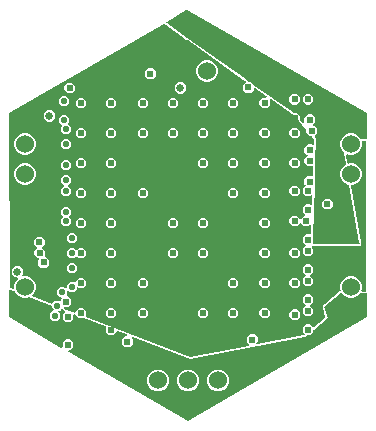
<source format=gbr>
G04 EAGLE Gerber RS-274X export*
G75*
%MOMM*%
%FSLAX34Y34*%
%LPD*%
%INCopper Layer 2*%
%IPPOS*%
%AMOC8*
5,1,8,0,0,1.08239X$1,22.5*%
G01*
%ADD10C,1.524000*%
%ADD11C,1.530000*%
%ADD12C,0.654800*%
%ADD13C,0.604800*%
%ADD14C,0.554800*%
%ADD15C,0.304800*%

G36*
X1900Y53199D02*
X1900Y53199D01*
X1979Y53202D01*
X51650Y62664D01*
X51678Y62674D01*
X51707Y62677D01*
X51782Y62714D01*
X51859Y62744D01*
X51882Y62764D01*
X51908Y62777D01*
X51965Y62837D01*
X52028Y62892D01*
X52042Y62918D01*
X52062Y62940D01*
X52095Y63016D01*
X52134Y63090D01*
X52138Y63119D01*
X52150Y63147D01*
X52153Y63230D01*
X52165Y63312D01*
X52158Y63341D01*
X52160Y63371D01*
X52134Y63450D01*
X52116Y63531D01*
X52100Y63556D01*
X52091Y63584D01*
X52019Y63682D01*
X51995Y63719D01*
X51987Y63725D01*
X51980Y63735D01*
X49759Y65955D01*
X49759Y69724D01*
X52424Y72388D01*
X56192Y72388D01*
X58857Y69724D01*
X58857Y65955D01*
X57943Y65042D01*
X57922Y65012D01*
X57895Y64988D01*
X57865Y64931D01*
X57851Y64914D01*
X57847Y64904D01*
X57815Y64858D01*
X57806Y64822D01*
X57789Y64790D01*
X57778Y64714D01*
X57759Y64640D01*
X57763Y64604D01*
X57758Y64568D01*
X57775Y64493D01*
X57782Y64417D01*
X57799Y64385D01*
X57806Y64349D01*
X57848Y64285D01*
X57882Y64216D01*
X57908Y64191D01*
X57928Y64160D01*
X57989Y64115D01*
X58045Y64062D01*
X58079Y64048D01*
X58108Y64026D01*
X58181Y64005D01*
X58252Y63975D01*
X58288Y63973D01*
X58323Y63963D01*
X58426Y63967D01*
X58476Y63965D01*
X58491Y63970D01*
X58510Y63970D01*
X98319Y71553D01*
X98381Y71577D01*
X98445Y71591D01*
X98492Y71619D01*
X98528Y71633D01*
X98558Y71659D01*
X98606Y71688D01*
X98657Y71731D01*
X98661Y71735D01*
X98666Y71738D01*
X98722Y71807D01*
X98783Y71872D01*
X98790Y71889D01*
X98801Y71903D01*
X98803Y71908D01*
X98807Y71912D01*
X98835Y71996D01*
X98870Y72079D01*
X98871Y72097D01*
X98877Y72114D01*
X98877Y72120D01*
X98879Y72125D01*
X98876Y72213D01*
X98880Y72303D01*
X98875Y72320D01*
X98874Y72338D01*
X98872Y72344D01*
X98872Y72349D01*
X98839Y72431D01*
X98812Y72516D01*
X98800Y72533D01*
X98794Y72548D01*
X98790Y72552D01*
X98788Y72557D01*
X98754Y72594D01*
X98700Y72667D01*
X97051Y74316D01*
X97051Y78084D01*
X99716Y80749D01*
X103484Y80749D01*
X105807Y78426D01*
X105837Y78405D01*
X105862Y78377D01*
X105929Y78341D01*
X105991Y78298D01*
X106027Y78289D01*
X106060Y78271D01*
X106135Y78261D01*
X106209Y78242D01*
X106245Y78246D01*
X106282Y78241D01*
X106356Y78257D01*
X106432Y78265D01*
X106465Y78281D01*
X106501Y78289D01*
X106588Y78342D01*
X106633Y78364D01*
X106644Y78376D01*
X106661Y78387D01*
X116136Y86266D01*
X116167Y86302D01*
X116204Y86331D01*
X116238Y86387D01*
X116281Y86437D01*
X116297Y86482D01*
X116321Y86522D01*
X116334Y86587D01*
X116356Y86649D01*
X116356Y86696D01*
X116365Y86742D01*
X116354Y86824D01*
X116354Y86873D01*
X116345Y86896D01*
X116341Y86928D01*
X114228Y94320D01*
X114210Y94359D01*
X114200Y94400D01*
X114152Y94476D01*
X114130Y94522D01*
X114114Y94536D01*
X114100Y94559D01*
X113899Y94793D01*
X113932Y95215D01*
X113930Y95234D01*
X113933Y95252D01*
X113909Y95438D01*
X113793Y95845D01*
X113943Y96115D01*
X113957Y96155D01*
X113979Y96191D01*
X113999Y96279D01*
X114015Y96327D01*
X114015Y96348D01*
X114021Y96374D01*
X114044Y96682D01*
X114366Y96957D01*
X114378Y96972D01*
X114393Y96982D01*
X114507Y97131D01*
X114508Y97131D01*
X114591Y97282D01*
X114592Y97282D01*
X114713Y97501D01*
X115010Y97586D01*
X115048Y97604D01*
X115090Y97614D01*
X115166Y97662D01*
X115211Y97684D01*
X115226Y97700D01*
X115248Y97714D01*
X116021Y98377D01*
X116022Y98377D01*
X116761Y99011D01*
X116762Y99011D01*
X118241Y100279D01*
X118981Y100914D01*
X120461Y102182D01*
X121201Y102816D01*
X122681Y104085D01*
X123421Y104719D01*
X124901Y105988D01*
X125641Y106622D01*
X127121Y107890D01*
X127279Y108026D01*
X127292Y108042D01*
X127314Y108059D01*
X127934Y108678D01*
X127992Y108689D01*
X128008Y108698D01*
X128026Y108702D01*
X128050Y108718D01*
X128865Y108655D01*
X128966Y108665D01*
X129068Y108672D01*
X129078Y108676D01*
X129089Y108678D01*
X129179Y108722D01*
X129272Y108764D01*
X129280Y108772D01*
X129290Y108777D01*
X129360Y108850D01*
X129432Y108921D01*
X129437Y108931D01*
X129444Y108939D01*
X129484Y109033D01*
X129527Y109125D01*
X129528Y109136D01*
X129532Y109146D01*
X129537Y109247D01*
X129545Y109348D01*
X129542Y109360D01*
X129543Y109370D01*
X129529Y109413D01*
X129500Y109530D01*
X128938Y110888D01*
X128938Y114537D01*
X130335Y117910D01*
X132915Y120490D01*
X136288Y121887D01*
X139937Y121887D01*
X143310Y120490D01*
X145890Y117910D01*
X147287Y114537D01*
X147287Y110888D01*
X146723Y109526D01*
X146707Y109451D01*
X146682Y109377D01*
X146683Y109342D01*
X146675Y109307D01*
X146686Y109230D01*
X146689Y109153D01*
X146702Y109120D01*
X146707Y109085D01*
X146744Y109017D01*
X146773Y108945D01*
X146797Y108919D01*
X146814Y108888D01*
X146872Y108837D01*
X146924Y108779D01*
X146956Y108763D01*
X146983Y108740D01*
X147055Y108712D01*
X147124Y108677D01*
X147164Y108671D01*
X147192Y108660D01*
X147239Y108660D01*
X147309Y108649D01*
X150255Y108649D01*
X150320Y108661D01*
X150387Y108663D01*
X150430Y108681D01*
X150476Y108689D01*
X150533Y108723D01*
X150595Y108748D01*
X150629Y108779D01*
X150669Y108803D01*
X150711Y108855D01*
X150760Y108900D01*
X150781Y108941D01*
X150810Y108977D01*
X150832Y109040D01*
X150862Y109099D01*
X150870Y109153D01*
X150882Y109190D01*
X150881Y109230D01*
X150889Y109285D01*
X150617Y235205D01*
X150605Y235270D01*
X150603Y235335D01*
X150585Y235379D01*
X150576Y235426D01*
X150543Y235482D01*
X150519Y235542D01*
X150486Y235578D01*
X150462Y235619D01*
X150411Y235660D01*
X150367Y235708D01*
X150325Y235730D01*
X150287Y235760D01*
X150226Y235781D01*
X150168Y235811D01*
X150113Y235819D01*
X150075Y235832D01*
X150036Y235830D01*
X149982Y235838D01*
X147921Y235838D01*
X147857Y235827D01*
X147791Y235825D01*
X147747Y235807D01*
X147701Y235799D01*
X147644Y235765D01*
X147583Y235740D01*
X147548Y235709D01*
X147507Y235684D01*
X147466Y235633D01*
X147417Y235589D01*
X147396Y235547D01*
X147366Y235510D01*
X147345Y235448D01*
X147315Y235389D01*
X147307Y235335D01*
X147294Y235298D01*
X147295Y235258D01*
X147287Y235204D01*
X147287Y231538D01*
X145890Y228165D01*
X143310Y225585D01*
X139937Y224188D01*
X136288Y224188D01*
X134980Y224729D01*
X134974Y224731D01*
X134969Y224734D01*
X134865Y224754D01*
X134761Y224777D01*
X134755Y224776D01*
X134749Y224777D01*
X134645Y224761D01*
X134539Y224746D01*
X134533Y224743D01*
X134528Y224742D01*
X134436Y224690D01*
X134341Y224639D01*
X134337Y224634D01*
X134332Y224631D01*
X134264Y224550D01*
X134194Y224470D01*
X134192Y224464D01*
X134188Y224460D01*
X134152Y224359D01*
X134114Y224260D01*
X134114Y224254D01*
X134112Y224249D01*
X134108Y224061D01*
X134970Y217456D01*
X134981Y217422D01*
X134983Y217385D01*
X135015Y217315D01*
X135038Y217243D01*
X135060Y217214D01*
X135075Y217180D01*
X135129Y217126D01*
X135176Y217066D01*
X135207Y217047D01*
X135233Y217021D01*
X135302Y216988D01*
X135367Y216948D01*
X135403Y216941D01*
X135436Y216925D01*
X135512Y216919D01*
X135587Y216904D01*
X135623Y216910D01*
X135660Y216907D01*
X135759Y216932D01*
X135809Y216940D01*
X135822Y216948D01*
X135842Y216953D01*
X136288Y217137D01*
X139937Y217137D01*
X143310Y215740D01*
X145890Y213160D01*
X147287Y209787D01*
X147287Y206138D01*
X145890Y202765D01*
X143310Y200185D01*
X139937Y198788D01*
X138260Y198788D01*
X138249Y198786D01*
X138237Y198787D01*
X138139Y198766D01*
X138039Y198748D01*
X138029Y198742D01*
X138018Y198739D01*
X137933Y198685D01*
X137846Y198634D01*
X137839Y198625D01*
X137829Y198618D01*
X137768Y198538D01*
X137705Y198460D01*
X137701Y198449D01*
X137694Y198439D01*
X137665Y198342D01*
X137633Y198247D01*
X137633Y198235D01*
X137630Y198224D01*
X137637Y198037D01*
X146544Y150535D01*
X146578Y150445D01*
X146607Y150354D01*
X146618Y150339D01*
X146623Y150325D01*
X146656Y150288D01*
X146718Y150203D01*
X146749Y150172D01*
X146749Y149496D01*
X146757Y149451D01*
X146760Y149380D01*
X146885Y148715D01*
X146860Y148680D01*
X146849Y148654D01*
X146833Y148635D01*
X146814Y148580D01*
X146777Y148507D01*
X146774Y148488D01*
X146768Y148475D01*
X146765Y148435D01*
X146761Y148422D01*
X146762Y148405D01*
X146749Y148321D01*
X146749Y148278D01*
X146271Y147800D01*
X146245Y147762D01*
X146196Y147710D01*
X145815Y147152D01*
X145772Y147144D01*
X145683Y147110D01*
X145591Y147081D01*
X145576Y147070D01*
X145562Y147064D01*
X145525Y147032D01*
X145441Y146969D01*
X145410Y146938D01*
X144734Y146938D01*
X144688Y146930D01*
X144617Y146927D01*
X143953Y146803D01*
X143917Y146827D01*
X143830Y146867D01*
X143744Y146911D01*
X143726Y146913D01*
X143712Y146919D01*
X143663Y146923D01*
X143559Y146938D01*
X105501Y146938D01*
X105413Y146923D01*
X105325Y146913D01*
X105303Y146903D01*
X105280Y146899D01*
X105203Y146853D01*
X105124Y146814D01*
X105107Y146797D01*
X105087Y146784D01*
X105031Y146715D01*
X104970Y146651D01*
X104960Y146629D01*
X104945Y146610D01*
X104917Y146526D01*
X104882Y146444D01*
X104881Y146420D01*
X104874Y146398D01*
X104876Y146309D01*
X104872Y146220D01*
X104879Y146197D01*
X104880Y146173D01*
X104914Y146091D01*
X104941Y146006D01*
X104957Y145985D01*
X104964Y145966D01*
X104998Y145928D01*
X105052Y145856D01*
X106149Y144759D01*
X106149Y140991D01*
X103484Y138326D01*
X99716Y138326D01*
X97051Y140991D01*
X97051Y144759D01*
X99481Y147189D01*
X99519Y147243D01*
X99564Y147291D01*
X99582Y147334D01*
X99609Y147373D01*
X99626Y147437D01*
X99651Y147498D01*
X99653Y147545D01*
X99665Y147590D01*
X99658Y147656D01*
X99661Y147722D01*
X99647Y147767D01*
X99642Y147814D01*
X99613Y147873D01*
X99593Y147935D01*
X99560Y147979D01*
X99543Y148015D01*
X99514Y148042D01*
X99481Y148086D01*
X97051Y150516D01*
X97051Y154284D01*
X99716Y156949D01*
X103610Y156949D01*
X103664Y156959D01*
X103720Y156958D01*
X103774Y156978D01*
X103831Y156988D01*
X103878Y157017D01*
X103931Y157036D01*
X103974Y157073D01*
X104024Y157103D01*
X104059Y157146D01*
X104101Y157182D01*
X104129Y157232D01*
X104165Y157277D01*
X104183Y157329D01*
X104210Y157378D01*
X104222Y157446D01*
X104237Y157489D01*
X104236Y157521D01*
X104244Y157562D01*
X104480Y164758D01*
X104465Y164856D01*
X104455Y164955D01*
X104449Y164967D01*
X104447Y164980D01*
X104400Y165067D01*
X104356Y165156D01*
X104346Y165165D01*
X104340Y165177D01*
X104265Y165242D01*
X104192Y165310D01*
X104180Y165315D01*
X104170Y165324D01*
X104077Y165358D01*
X103986Y165397D01*
X103972Y165398D01*
X103960Y165402D01*
X103861Y165403D01*
X103762Y165407D01*
X103749Y165403D01*
X103736Y165403D01*
X103642Y165369D01*
X103548Y165338D01*
X103536Y165330D01*
X103525Y165326D01*
X103489Y165295D01*
X103397Y165227D01*
X101897Y163726D01*
X98128Y163726D01*
X95698Y166156D01*
X95644Y166194D01*
X95597Y166239D01*
X95553Y166257D01*
X95514Y166284D01*
X95451Y166301D01*
X95390Y166326D01*
X95343Y166328D01*
X95297Y166340D01*
X95232Y166333D01*
X95166Y166336D01*
X95121Y166322D01*
X95074Y166317D01*
X95015Y166288D01*
X94952Y166268D01*
X94908Y166235D01*
X94873Y166218D01*
X94846Y166189D01*
X94801Y166156D01*
X92372Y163726D01*
X88603Y163726D01*
X85939Y166391D01*
X85939Y170159D01*
X88603Y172824D01*
X92372Y172824D01*
X94801Y170394D01*
X94856Y170356D01*
X94903Y170311D01*
X94947Y170293D01*
X94986Y170266D01*
X95049Y170249D01*
X95110Y170224D01*
X95157Y170222D01*
X95203Y170210D01*
X95268Y170217D01*
X95334Y170214D01*
X95379Y170228D01*
X95426Y170233D01*
X95485Y170262D01*
X95548Y170282D01*
X95592Y170315D01*
X95627Y170332D01*
X95654Y170361D01*
X95698Y170394D01*
X98128Y172824D01*
X98612Y172824D01*
X98700Y172840D01*
X98788Y172849D01*
X98810Y172859D01*
X98833Y172863D01*
X98910Y172909D01*
X98989Y172948D01*
X99006Y172965D01*
X99026Y172978D01*
X99082Y173047D01*
X99143Y173111D01*
X99153Y173133D01*
X99168Y173152D01*
X99196Y173236D01*
X99231Y173318D01*
X99232Y173342D01*
X99239Y173364D01*
X99237Y173453D01*
X99241Y173542D01*
X99234Y173565D01*
X99233Y173589D01*
X99199Y173671D01*
X99172Y173756D01*
X99156Y173777D01*
X99149Y173796D01*
X99115Y173834D01*
X99061Y173906D01*
X97051Y175916D01*
X97051Y179684D01*
X99716Y182349D01*
X103484Y182349D01*
X103972Y181861D01*
X104037Y181816D01*
X104096Y181764D01*
X104128Y181752D01*
X104156Y181733D01*
X104233Y181713D01*
X104306Y181685D01*
X104341Y181685D01*
X104374Y181677D01*
X104452Y181685D01*
X104531Y181685D01*
X104563Y181696D01*
X104597Y181700D01*
X104667Y181735D01*
X104741Y181762D01*
X104767Y181784D01*
X104798Y181799D01*
X104852Y181857D01*
X104912Y181908D01*
X104928Y181938D01*
X104952Y181963D01*
X104982Y182035D01*
X105021Y182104D01*
X105028Y182142D01*
X105039Y182169D01*
X105041Y182217D01*
X105054Y182288D01*
X105287Y189377D01*
X105273Y189476D01*
X105262Y189574D01*
X105256Y189586D01*
X105254Y189599D01*
X105207Y189687D01*
X105163Y189775D01*
X105153Y189785D01*
X105147Y189796D01*
X105072Y189861D01*
X105000Y189929D01*
X104987Y189935D01*
X104977Y189943D01*
X104884Y189978D01*
X104793Y190017D01*
X104780Y190017D01*
X104767Y190022D01*
X104668Y190022D01*
X104569Y190027D01*
X104556Y190023D01*
X104543Y190023D01*
X104449Y189988D01*
X104355Y189958D01*
X104343Y189949D01*
X104332Y189945D01*
X104296Y189915D01*
X104204Y189847D01*
X103484Y189126D01*
X99716Y189126D01*
X97051Y191791D01*
X97051Y195559D01*
X99481Y197989D01*
X99519Y198043D01*
X99564Y198091D01*
X99574Y198114D01*
X99585Y198128D01*
X99592Y198148D01*
X99609Y198173D01*
X99626Y198237D01*
X99651Y198298D01*
X99653Y198328D01*
X99657Y198341D01*
X99656Y198356D01*
X99665Y198390D01*
X99658Y198456D01*
X99661Y198522D01*
X99650Y198555D01*
X99650Y198565D01*
X99646Y198575D01*
X99642Y198614D01*
X99613Y198673D01*
X99593Y198735D01*
X99567Y198770D01*
X99566Y198773D01*
X99560Y198779D01*
X99543Y198815D01*
X99514Y198842D01*
X99481Y198886D01*
X98639Y199728D01*
X98639Y203497D01*
X101303Y206161D01*
X105223Y206161D01*
X105278Y206171D01*
X105334Y206171D01*
X105388Y206191D01*
X105444Y206201D01*
X105492Y206229D01*
X105544Y206248D01*
X105588Y206286D01*
X105637Y206315D01*
X105672Y206358D01*
X105715Y206394D01*
X105743Y206445D01*
X105779Y206489D01*
X105797Y206542D01*
X105824Y206590D01*
X105836Y206658D01*
X105851Y206702D01*
X105850Y206733D01*
X105857Y206775D01*
X106094Y213997D01*
X106080Y214095D01*
X106069Y214194D01*
X106064Y214206D01*
X106062Y214219D01*
X106014Y214306D01*
X105970Y214395D01*
X105960Y214404D01*
X105954Y214416D01*
X105879Y214481D01*
X105807Y214549D01*
X105795Y214554D01*
X105785Y214563D01*
X105691Y214598D01*
X105600Y214637D01*
X105587Y214637D01*
X105574Y214642D01*
X105475Y214642D01*
X105376Y214647D01*
X105363Y214642D01*
X105350Y214643D01*
X105257Y214608D01*
X105162Y214578D01*
X105151Y214569D01*
X105139Y214565D01*
X105104Y214534D01*
X105093Y214526D01*
X101303Y214526D01*
X98639Y217191D01*
X98639Y220959D01*
X101069Y223389D01*
X101106Y223443D01*
X101151Y223491D01*
X101170Y223534D01*
X101197Y223573D01*
X101213Y223637D01*
X101239Y223698D01*
X101241Y223745D01*
X101253Y223790D01*
X101246Y223856D01*
X101249Y223922D01*
X101234Y223967D01*
X101229Y224014D01*
X101200Y224073D01*
X101180Y224135D01*
X101147Y224179D01*
X101130Y224215D01*
X101101Y224242D01*
X101069Y224286D01*
X98639Y226716D01*
X98639Y230484D01*
X101303Y233149D01*
X105072Y233149D01*
X105635Y232585D01*
X105700Y232540D01*
X105759Y232489D01*
X105791Y232477D01*
X105819Y232457D01*
X105896Y232437D01*
X105969Y232410D01*
X106004Y232410D01*
X106037Y232401D01*
X106115Y232409D01*
X106194Y232409D01*
X106226Y232421D01*
X106260Y232424D01*
X106330Y232459D01*
X106404Y232486D01*
X106430Y232509D01*
X106461Y232524D01*
X106515Y232581D01*
X106575Y232632D01*
X106591Y232662D01*
X106615Y232687D01*
X106646Y232760D01*
X106684Y232828D01*
X106691Y232866D01*
X106702Y232894D01*
X106704Y232941D01*
X106718Y233013D01*
X106864Y237490D01*
X106861Y237517D01*
X106864Y237543D01*
X106844Y237627D01*
X106832Y237712D01*
X106819Y237736D01*
X106813Y237762D01*
X106743Y237876D01*
X106724Y237909D01*
X106719Y237914D01*
X106715Y237921D01*
X105208Y239702D01*
X105155Y239745D01*
X105109Y239796D01*
X105069Y239816D01*
X105035Y239845D01*
X104970Y239867D01*
X104909Y239899D01*
X104858Y239906D01*
X104823Y239918D01*
X104782Y239918D01*
X104724Y239926D01*
X102891Y239926D01*
X100226Y242591D01*
X100226Y245357D01*
X100223Y245372D01*
X100225Y245388D01*
X100204Y245483D01*
X100203Y245488D01*
X100202Y245499D01*
X100199Y245507D01*
X100187Y245578D01*
X100178Y245591D01*
X100175Y245607D01*
X100128Y245682D01*
X100118Y245707D01*
X100102Y245725D01*
X100076Y245766D01*
X90572Y256999D01*
X90535Y257029D01*
X90452Y257108D01*
X70297Y271292D01*
X70244Y271316D01*
X70196Y271350D01*
X70143Y271363D01*
X70093Y271386D01*
X70035Y271391D01*
X69979Y271406D01*
X69924Y271400D01*
X69870Y271404D01*
X69813Y271388D01*
X69756Y271382D01*
X69707Y271358D01*
X69654Y271343D01*
X69607Y271309D01*
X69554Y271283D01*
X69517Y271243D01*
X69473Y271211D01*
X69441Y271162D01*
X69401Y271120D01*
X69379Y271069D01*
X69349Y271023D01*
X69336Y270967D01*
X69313Y270913D01*
X69311Y270858D01*
X69298Y270805D01*
X69306Y270747D01*
X69303Y270689D01*
X69320Y270637D01*
X69327Y270582D01*
X69354Y270531D01*
X69372Y270475D01*
X69411Y270423D01*
X69431Y270384D01*
X69460Y270356D01*
X69483Y270325D01*
X69636Y270172D01*
X69636Y266403D01*
X66972Y263739D01*
X63203Y263739D01*
X60539Y266403D01*
X60539Y270172D01*
X63203Y272836D01*
X66099Y272836D01*
X66129Y272842D01*
X66161Y272839D01*
X66239Y272862D01*
X66319Y272876D01*
X66346Y272892D01*
X66377Y272900D01*
X66442Y272949D01*
X66513Y272990D01*
X66532Y273014D01*
X66558Y273033D01*
X66603Y273101D01*
X66654Y273164D01*
X66664Y273194D01*
X66681Y273220D01*
X66700Y273300D01*
X66726Y273377D01*
X66725Y273408D01*
X66732Y273439D01*
X66722Y273520D01*
X66719Y273601D01*
X66707Y273630D01*
X66703Y273661D01*
X66666Y273733D01*
X66635Y273809D01*
X66614Y273832D01*
X66599Y273860D01*
X66515Y273940D01*
X66484Y273975D01*
X66474Y273980D01*
X66464Y273989D01*
X56654Y280892D01*
X56622Y280907D01*
X56595Y280929D01*
X56521Y280954D01*
X56450Y280987D01*
X56416Y280990D01*
X56383Y281001D01*
X56305Y280999D01*
X56227Y281005D01*
X56193Y280995D01*
X56158Y280994D01*
X56086Y280965D01*
X56011Y280944D01*
X55983Y280923D01*
X55950Y280910D01*
X55893Y280857D01*
X55830Y280811D01*
X55811Y280782D01*
X55785Y280759D01*
X55749Y280689D01*
X55706Y280624D01*
X55698Y280590D01*
X55682Y280559D01*
X55666Y280453D01*
X55655Y280406D01*
X55657Y280391D01*
X55655Y280374D01*
X55655Y279526D01*
X52990Y276862D01*
X49222Y276862D01*
X46557Y279526D01*
X46557Y283295D01*
X48781Y285519D01*
X48785Y285524D01*
X48790Y285528D01*
X48842Y285605D01*
X48882Y285655D01*
X48888Y285671D01*
X48910Y285703D01*
X48911Y285709D01*
X48915Y285715D01*
X48939Y285818D01*
X48946Y285843D01*
X48954Y285867D01*
X48953Y285874D01*
X48965Y285920D01*
X48965Y285927D01*
X48966Y285933D01*
X48953Y286038D01*
X48942Y286144D01*
X48939Y286149D01*
X48939Y286156D01*
X48890Y286250D01*
X48843Y286345D01*
X48838Y286349D01*
X48835Y286355D01*
X48700Y286485D01*
X47893Y287057D01*
X47892Y287058D01*
X47891Y287059D01*
X46952Y287720D01*
X46944Y287729D01*
X46926Y287739D01*
X46908Y287756D01*
X-353Y321296D01*
X-388Y321313D01*
X-418Y321337D01*
X-444Y321346D01*
X-1332Y321991D01*
X-1335Y321992D01*
X-1338Y321995D01*
X-2244Y322639D01*
X-2276Y322676D01*
X-2292Y322685D01*
X-2307Y322701D01*
X-18348Y334367D01*
X-18374Y334379D01*
X-18395Y334397D01*
X-18513Y334447D01*
X-18550Y334465D01*
X-18559Y334465D01*
X-18568Y334469D01*
X-18936Y334561D01*
X-19117Y334864D01*
X-19140Y334889D01*
X-19155Y334919D01*
X-19233Y334996D01*
X-19265Y335033D01*
X-19277Y335039D01*
X-19288Y335050D01*
X-19700Y335350D01*
X-19742Y335370D01*
X-19778Y335398D01*
X-19842Y335419D01*
X-19902Y335448D01*
X-19948Y335452D01*
X-19992Y335466D01*
X-20059Y335463D01*
X-20126Y335469D01*
X-20170Y335457D01*
X-20216Y335455D01*
X-20294Y335424D01*
X-20342Y335411D01*
X-20362Y335398D01*
X-20390Y335386D01*
X-151262Y259828D01*
X-151273Y259818D01*
X-151287Y259812D01*
X-151358Y259746D01*
X-151433Y259683D01*
X-151441Y259670D01*
X-151451Y259660D01*
X-151495Y259573D01*
X-151544Y259487D01*
X-151546Y259473D01*
X-151553Y259460D01*
X-151579Y259274D01*
X-150592Y112454D01*
X-150580Y112391D01*
X-150578Y112328D01*
X-150560Y112282D01*
X-150551Y112234D01*
X-150518Y112179D01*
X-150494Y112120D01*
X-150461Y112084D01*
X-150435Y112041D01*
X-150386Y112001D01*
X-150343Y111954D01*
X-150299Y111932D01*
X-150260Y111901D01*
X-150200Y111881D01*
X-150143Y111852D01*
X-150086Y111843D01*
X-150047Y111831D01*
X-150009Y111832D01*
X-149958Y111824D01*
X-149865Y111824D01*
X-149633Y111592D01*
X-149601Y111570D01*
X-149576Y111541D01*
X-149490Y111493D01*
X-149449Y111464D01*
X-149432Y111460D01*
X-149413Y111449D01*
X-148150Y110962D01*
X-148081Y110949D01*
X-148015Y110926D01*
X-147972Y110928D01*
X-147929Y110919D01*
X-147861Y110931D01*
X-147791Y110933D01*
X-147751Y110949D01*
X-147708Y110956D01*
X-147647Y110991D01*
X-147583Y111017D01*
X-147551Y111046D01*
X-147513Y111068D01*
X-147469Y111122D01*
X-147417Y111169D01*
X-147398Y111207D01*
X-147370Y111241D01*
X-147347Y111306D01*
X-147315Y111368D01*
X-147308Y111418D01*
X-147295Y111452D01*
X-147296Y111494D01*
X-147287Y111554D01*
X-147287Y114537D01*
X-145890Y117910D01*
X-144269Y119531D01*
X-144218Y119604D01*
X-144162Y119673D01*
X-144154Y119696D01*
X-144141Y119715D01*
X-144119Y119801D01*
X-144090Y119886D01*
X-144091Y119910D01*
X-144085Y119933D01*
X-144094Y120021D01*
X-144097Y120110D01*
X-144106Y120132D01*
X-144108Y120156D01*
X-144148Y120236D01*
X-144181Y120318D01*
X-144197Y120335D01*
X-144208Y120357D01*
X-144272Y120418D01*
X-144333Y120484D01*
X-144354Y120494D01*
X-144371Y120511D01*
X-144453Y120545D01*
X-144532Y120586D01*
X-144558Y120590D01*
X-144578Y120598D01*
X-144628Y120600D01*
X-144717Y120614D01*
X-146450Y120614D01*
X-149261Y123425D01*
X-149261Y127400D01*
X-146450Y130211D01*
X-142475Y130211D01*
X-139664Y127400D01*
X-139664Y123425D01*
X-140119Y122970D01*
X-140169Y122897D01*
X-140226Y122828D01*
X-140233Y122805D01*
X-140247Y122786D01*
X-140269Y122700D01*
X-140297Y122615D01*
X-140297Y122591D01*
X-140303Y122568D01*
X-140293Y122480D01*
X-140291Y122391D01*
X-140282Y122369D01*
X-140279Y122345D01*
X-140240Y122265D01*
X-140207Y122183D01*
X-140191Y122166D01*
X-140180Y122144D01*
X-140115Y122083D01*
X-140055Y122017D01*
X-140034Y122007D01*
X-140017Y121990D01*
X-139935Y121956D01*
X-139856Y121915D01*
X-139829Y121911D01*
X-139810Y121903D01*
X-139760Y121901D01*
X-139670Y121887D01*
X-136288Y121887D01*
X-132915Y120490D01*
X-130335Y117910D01*
X-128938Y114537D01*
X-128938Y110888D01*
X-130335Y107515D01*
X-132113Y105737D01*
X-132162Y105667D01*
X-132217Y105601D01*
X-132226Y105575D01*
X-132241Y105552D01*
X-132263Y105470D01*
X-132291Y105390D01*
X-132291Y105362D01*
X-132297Y105335D01*
X-132289Y105250D01*
X-132287Y105165D01*
X-132277Y105139D01*
X-132274Y105112D01*
X-132236Y105036D01*
X-132205Y104956D01*
X-132187Y104936D01*
X-132175Y104911D01*
X-132113Y104852D01*
X-132056Y104789D01*
X-132029Y104773D01*
X-132011Y104757D01*
X-131966Y104738D01*
X-131893Y104696D01*
X-115425Y98349D01*
X-115379Y98340D01*
X-115337Y98322D01*
X-115270Y98319D01*
X-115205Y98307D01*
X-115159Y98314D01*
X-115113Y98312D01*
X-115049Y98333D01*
X-114983Y98344D01*
X-114943Y98367D01*
X-114899Y98381D01*
X-114832Y98431D01*
X-114789Y98456D01*
X-114773Y98474D01*
X-114748Y98493D01*
X-112290Y100951D01*
X-108698Y100951D01*
X-108677Y100934D01*
X-108654Y100926D01*
X-108635Y100913D01*
X-108548Y100890D01*
X-108464Y100862D01*
X-108441Y100863D01*
X-108418Y100857D01*
X-108329Y100866D01*
X-108240Y100869D01*
X-108218Y100878D01*
X-108194Y100880D01*
X-108114Y100920D01*
X-108032Y100953D01*
X-108015Y100969D01*
X-107993Y100979D01*
X-107932Y101044D01*
X-107866Y101104D01*
X-107856Y101125D01*
X-107839Y101143D01*
X-107805Y101224D01*
X-107764Y101304D01*
X-107760Y101330D01*
X-107752Y101349D01*
X-107750Y101400D01*
X-107736Y101489D01*
X-107736Y101897D01*
X-107064Y102569D01*
X-107013Y102642D01*
X-106957Y102711D01*
X-106950Y102733D01*
X-106936Y102753D01*
X-106914Y102839D01*
X-106886Y102923D01*
X-106886Y102947D01*
X-106880Y102970D01*
X-106890Y103059D01*
X-106892Y103148D01*
X-106901Y103170D01*
X-106904Y103193D01*
X-106943Y103273D01*
X-106976Y103355D01*
X-106992Y103373D01*
X-107003Y103394D01*
X-107068Y103455D01*
X-107128Y103521D01*
X-107149Y103532D01*
X-107166Y103548D01*
X-107248Y103583D01*
X-107327Y103624D01*
X-107354Y103627D01*
X-107373Y103636D01*
X-107423Y103638D01*
X-107513Y103651D01*
X-108143Y103651D01*
X-110661Y106169D01*
X-110661Y109731D01*
X-108143Y112249D01*
X-104582Y112249D01*
X-103806Y111473D01*
X-103733Y111422D01*
X-103664Y111366D01*
X-103642Y111359D01*
X-103622Y111345D01*
X-103536Y111323D01*
X-103452Y111294D01*
X-103428Y111295D01*
X-103405Y111289D01*
X-103316Y111298D01*
X-103227Y111301D01*
X-103205Y111310D01*
X-103182Y111312D01*
X-103102Y111352D01*
X-103020Y111385D01*
X-103002Y111401D01*
X-102981Y111412D01*
X-102920Y111477D01*
X-102854Y111537D01*
X-102843Y111558D01*
X-102827Y111575D01*
X-102792Y111657D01*
X-102751Y111736D01*
X-102748Y111763D01*
X-102739Y111782D01*
X-102737Y111832D01*
X-102724Y111922D01*
X-102724Y114493D01*
X-100206Y117011D01*
X-96644Y117011D01*
X-96119Y116486D01*
X-96046Y116435D01*
X-95977Y116379D01*
X-95954Y116371D01*
X-95935Y116358D01*
X-95849Y116336D01*
X-95764Y116307D01*
X-95740Y116308D01*
X-95717Y116302D01*
X-95629Y116311D01*
X-95540Y116314D01*
X-95518Y116323D01*
X-95494Y116325D01*
X-95414Y116364D01*
X-95332Y116398D01*
X-95315Y116414D01*
X-95293Y116424D01*
X-95232Y116489D01*
X-95166Y116549D01*
X-95156Y116570D01*
X-95139Y116588D01*
X-95105Y116670D01*
X-95064Y116749D01*
X-95060Y116775D01*
X-95052Y116794D01*
X-95050Y116845D01*
X-95036Y116934D01*
X-95036Y117772D01*
X-92372Y120436D01*
X-88603Y120436D01*
X-85939Y117772D01*
X-85939Y114003D01*
X-88603Y111339D01*
X-92372Y111339D01*
X-93044Y112011D01*
X-93074Y112032D01*
X-93087Y112046D01*
X-93116Y112061D01*
X-93117Y112062D01*
X-93186Y112118D01*
X-93208Y112125D01*
X-93228Y112139D01*
X-93314Y112161D01*
X-93398Y112189D01*
X-93422Y112189D01*
X-93445Y112195D01*
X-93534Y112185D01*
X-93623Y112183D01*
X-93645Y112174D01*
X-93668Y112171D01*
X-93748Y112132D01*
X-93830Y112099D01*
X-93848Y112083D01*
X-93869Y112072D01*
X-93930Y112007D01*
X-93996Y111947D01*
X-94007Y111926D01*
X-94023Y111909D01*
X-94058Y111827D01*
X-94099Y111748D01*
X-94102Y111721D01*
X-94111Y111702D01*
X-94113Y111655D01*
X-94119Y111636D01*
X-94119Y111613D01*
X-94126Y111562D01*
X-94126Y110932D01*
X-96644Y108414D01*
X-100206Y108414D01*
X-100981Y109189D01*
X-101054Y109240D01*
X-101123Y109296D01*
X-101146Y109304D01*
X-101165Y109317D01*
X-101251Y109339D01*
X-101336Y109368D01*
X-101360Y109367D01*
X-101383Y109373D01*
X-101471Y109364D01*
X-101560Y109361D01*
X-101582Y109352D01*
X-101606Y109350D01*
X-101686Y109311D01*
X-101768Y109277D01*
X-101785Y109261D01*
X-101807Y109251D01*
X-101868Y109186D01*
X-101934Y109126D01*
X-101944Y109105D01*
X-101961Y109087D01*
X-101995Y109005D01*
X-102036Y108926D01*
X-102040Y108900D01*
X-102048Y108881D01*
X-102050Y108830D01*
X-102064Y108741D01*
X-102064Y106169D01*
X-102589Y105644D01*
X-102640Y105571D01*
X-102696Y105502D01*
X-102704Y105479D01*
X-102717Y105460D01*
X-102739Y105374D01*
X-102768Y105289D01*
X-102767Y105265D01*
X-102773Y105242D01*
X-102764Y105154D01*
X-102761Y105065D01*
X-102752Y105043D01*
X-102750Y105019D01*
X-102711Y104939D01*
X-102677Y104857D01*
X-102661Y104840D01*
X-102651Y104818D01*
X-102586Y104757D01*
X-102526Y104691D01*
X-102505Y104681D01*
X-102487Y104664D01*
X-102405Y104630D01*
X-102326Y104589D01*
X-102300Y104585D01*
X-102281Y104577D01*
X-102230Y104575D01*
X-102141Y104561D01*
X-101303Y104561D01*
X-98639Y101897D01*
X-98639Y98128D01*
X-101303Y95464D01*
X-104529Y95464D01*
X-104637Y95444D01*
X-104743Y95427D01*
X-104746Y95425D01*
X-104750Y95424D01*
X-104844Y95368D01*
X-104937Y95315D01*
X-104940Y95312D01*
X-104943Y95310D01*
X-105012Y95226D01*
X-105081Y95143D01*
X-105082Y95139D01*
X-105085Y95136D01*
X-105119Y95034D01*
X-105155Y94931D01*
X-105155Y94927D01*
X-105156Y94923D01*
X-105153Y94816D01*
X-105151Y94707D01*
X-105150Y94703D01*
X-105150Y94699D01*
X-105110Y94600D01*
X-105070Y94498D01*
X-105067Y94495D01*
X-105065Y94491D01*
X-104993Y94412D01*
X-104920Y94330D01*
X-104916Y94328D01*
X-104914Y94325D01*
X-104891Y94313D01*
X-104757Y94238D01*
X-95899Y90823D01*
X-95830Y90810D01*
X-95764Y90788D01*
X-95721Y90789D01*
X-95678Y90781D01*
X-95610Y90793D01*
X-95540Y90795D01*
X-95500Y90811D01*
X-95457Y90818D01*
X-95397Y90853D01*
X-95332Y90879D01*
X-95300Y90908D01*
X-95262Y90930D01*
X-95218Y90983D01*
X-95166Y91030D01*
X-95147Y91069D01*
X-95119Y91102D01*
X-95096Y91168D01*
X-95064Y91230D01*
X-95057Y91279D01*
X-95044Y91314D01*
X-95045Y91356D01*
X-95036Y91415D01*
X-95036Y92372D01*
X-92372Y95036D01*
X-88603Y95036D01*
X-85939Y92372D01*
X-85939Y88603D01*
X-86417Y88125D01*
X-86466Y88055D01*
X-86521Y87989D01*
X-86530Y87963D01*
X-86546Y87940D01*
X-86567Y87858D01*
X-86595Y87778D01*
X-86595Y87750D01*
X-86602Y87723D01*
X-86593Y87639D01*
X-86591Y87553D01*
X-86581Y87527D01*
X-86578Y87500D01*
X-86541Y87424D01*
X-86510Y87344D01*
X-86491Y87324D01*
X-86479Y87299D01*
X-86417Y87240D01*
X-86360Y87177D01*
X-86333Y87162D01*
X-86316Y87145D01*
X-86270Y87126D01*
X-86197Y87084D01*
X1632Y53234D01*
X1712Y53218D01*
X1791Y53195D01*
X1826Y53196D01*
X1852Y53191D01*
X1900Y53199D01*
G37*
G36*
X39Y-753D02*
X39Y-753D01*
X94Y-755D01*
X160Y-736D01*
X228Y-726D01*
X299Y-695D01*
X330Y-686D01*
X348Y-674D01*
X381Y-659D01*
X151194Y86654D01*
X151246Y86696D01*
X151303Y86731D01*
X151340Y86774D01*
X151384Y86810D01*
X151420Y86867D01*
X151463Y86918D01*
X151485Y86970D01*
X151515Y87018D01*
X151530Y87083D01*
X151555Y87146D01*
X151564Y87225D01*
X151572Y87257D01*
X151570Y87278D01*
X151574Y87313D01*
X151574Y106363D01*
X151571Y106382D01*
X151573Y106402D01*
X151551Y106503D01*
X151534Y106605D01*
X151525Y106623D01*
X151520Y106642D01*
X151467Y106731D01*
X151419Y106823D01*
X151405Y106836D01*
X151394Y106853D01*
X151316Y106921D01*
X151241Y106992D01*
X151223Y107000D01*
X151207Y107013D01*
X151111Y107052D01*
X151018Y107096D01*
X150998Y107098D01*
X150979Y107105D01*
X150813Y107124D01*
X145814Y107124D01*
X145724Y107109D01*
X145633Y107102D01*
X145603Y107089D01*
X145571Y107084D01*
X145491Y107041D01*
X145407Y107006D01*
X145375Y106980D01*
X145354Y106969D01*
X145332Y106946D01*
X145276Y106901D01*
X143310Y104935D01*
X139937Y103538D01*
X136288Y103538D01*
X132915Y104935D01*
X130949Y106901D01*
X130875Y106954D01*
X130806Y107013D01*
X130776Y107025D01*
X130749Y107044D01*
X130662Y107071D01*
X130578Y107105D01*
X130537Y107110D01*
X130514Y107117D01*
X130482Y107116D01*
X130411Y107124D01*
X128852Y107124D01*
X128791Y107114D01*
X128728Y107114D01*
X128670Y107094D01*
X128609Y107084D01*
X128554Y107055D01*
X128495Y107035D01*
X128421Y106984D01*
X128392Y106969D01*
X128380Y106956D01*
X128357Y106940D01*
X115756Y96140D01*
X115690Y96062D01*
X115620Y95987D01*
X115611Y95968D01*
X115598Y95952D01*
X115560Y95857D01*
X115518Y95763D01*
X115515Y95743D01*
X115508Y95723D01*
X115503Y95621D01*
X115492Y95519D01*
X115496Y95493D01*
X115495Y95478D01*
X115504Y95447D01*
X115520Y95353D01*
X118194Y85993D01*
X106423Y76205D01*
X106421Y76203D01*
X106419Y76201D01*
X106340Y76110D01*
X106262Y76019D01*
X106261Y76017D01*
X106259Y76014D01*
X106214Y75901D01*
X106168Y75792D01*
X106168Y75789D01*
X106167Y75786D01*
X106149Y75620D01*
X106149Y74316D01*
X103484Y71651D01*
X101222Y71651D01*
X101166Y71642D01*
X101110Y71643D01*
X101046Y71622D01*
X100980Y71612D01*
X100930Y71585D01*
X100876Y71568D01*
X100789Y71511D01*
X100762Y71496D01*
X100753Y71487D01*
X100736Y71475D01*
X99152Y70159D01*
X1659Y51588D01*
X-46765Y70252D01*
X-46852Y70270D01*
X-46936Y70296D01*
X-46971Y70295D01*
X-47006Y70302D01*
X-47094Y70292D01*
X-47182Y70289D01*
X-47215Y70277D01*
X-47250Y70273D01*
X-47330Y70235D01*
X-47413Y70205D01*
X-47440Y70183D01*
X-47473Y70167D01*
X-47536Y70106D01*
X-47605Y70051D01*
X-47624Y70021D01*
X-47650Y69996D01*
X-47690Y69918D01*
X-47738Y69844D01*
X-47746Y69810D01*
X-47763Y69778D01*
X-47776Y69691D01*
X-47798Y69606D01*
X-47795Y69570D01*
X-47800Y69535D01*
X-47785Y69448D01*
X-47779Y69361D01*
X-47765Y69328D01*
X-47759Y69293D01*
X-47717Y69215D01*
X-47682Y69134D01*
X-47654Y69098D01*
X-47642Y69076D01*
X-47619Y69055D01*
X-47577Y69003D01*
X-46710Y68136D01*
X-46710Y64368D01*
X-49375Y61703D01*
X-53143Y61703D01*
X-55808Y64368D01*
X-55808Y68136D01*
X-53143Y70801D01*
X-52281Y70801D01*
X-52176Y70818D01*
X-52070Y70831D01*
X-52055Y70838D01*
X-52039Y70840D01*
X-51945Y70890D01*
X-51848Y70936D01*
X-51836Y70948D01*
X-51821Y70956D01*
X-51748Y71033D01*
X-51671Y71107D01*
X-51663Y71122D01*
X-51652Y71134D01*
X-51607Y71231D01*
X-51558Y71325D01*
X-51555Y71342D01*
X-51548Y71357D01*
X-51537Y71463D01*
X-51520Y71568D01*
X-51523Y71585D01*
X-51521Y71601D01*
X-51544Y71706D01*
X-51562Y71811D01*
X-51570Y71825D01*
X-51573Y71842D01*
X-51628Y71934D01*
X-51679Y72027D01*
X-51691Y72039D01*
X-51700Y72053D01*
X-51781Y72122D01*
X-51859Y72195D01*
X-51877Y72204D01*
X-51887Y72213D01*
X-51915Y72224D01*
X-52008Y72272D01*
X-59504Y75161D01*
X-59539Y75169D01*
X-59573Y75184D01*
X-59659Y75194D01*
X-59745Y75212D01*
X-59781Y75207D01*
X-59817Y75211D01*
X-59902Y75193D01*
X-59989Y75182D01*
X-60022Y75167D01*
X-60057Y75159D01*
X-60132Y75114D01*
X-60211Y75077D01*
X-60237Y75052D01*
X-60268Y75033D01*
X-60325Y74967D01*
X-60388Y74906D01*
X-60405Y74874D01*
X-60428Y74846D01*
X-60461Y74765D01*
X-60501Y74688D01*
X-60507Y74652D01*
X-60520Y74618D01*
X-60539Y74451D01*
X-60539Y74316D01*
X-63203Y71651D01*
X-66972Y71651D01*
X-69636Y74316D01*
X-69636Y78130D01*
X-69611Y78165D01*
X-69595Y78218D01*
X-69569Y78267D01*
X-69559Y78335D01*
X-69539Y78400D01*
X-69540Y78456D01*
X-69532Y78510D01*
X-69543Y78578D01*
X-69545Y78646D01*
X-69564Y78698D01*
X-69574Y78753D01*
X-69606Y78813D01*
X-69630Y78877D01*
X-69664Y78921D01*
X-69690Y78969D01*
X-69740Y79016D01*
X-69783Y79069D01*
X-69830Y79099D01*
X-69870Y79137D01*
X-69965Y79186D01*
X-69990Y79202D01*
X-70002Y79205D01*
X-70019Y79214D01*
X-87825Y86077D01*
X-87930Y86099D01*
X-88035Y86125D01*
X-88050Y86124D01*
X-88066Y86127D01*
X-88173Y86114D01*
X-88280Y86106D01*
X-88295Y86100D01*
X-88310Y86098D01*
X-88407Y86052D01*
X-88506Y86010D01*
X-88521Y85998D01*
X-88532Y85992D01*
X-88554Y85971D01*
X-88595Y85939D01*
X-92372Y85939D01*
X-95151Y88718D01*
X-95191Y88794D01*
X-95193Y88796D01*
X-95195Y88799D01*
X-95284Y88882D01*
X-95369Y88963D01*
X-95372Y88965D01*
X-95375Y88967D01*
X-95524Y89044D01*
X-96016Y89234D01*
X-96052Y89241D01*
X-96085Y89257D01*
X-96172Y89266D01*
X-96257Y89284D01*
X-96293Y89280D01*
X-96329Y89284D01*
X-96415Y89265D01*
X-96501Y89255D01*
X-96534Y89239D01*
X-96570Y89232D01*
X-96645Y89187D01*
X-96723Y89149D01*
X-96750Y89124D01*
X-96781Y89105D01*
X-96838Y89039D01*
X-96900Y88979D01*
X-96917Y88946D01*
X-96941Y88919D01*
X-96973Y88838D01*
X-97014Y88760D01*
X-97019Y88724D01*
X-97033Y88690D01*
X-97051Y88524D01*
X-97051Y85428D01*
X-99716Y82764D01*
X-103484Y82764D01*
X-106149Y85428D01*
X-106149Y89197D01*
X-104131Y91215D01*
X-104098Y91260D01*
X-104059Y91298D01*
X-104027Y91359D01*
X-103987Y91414D01*
X-103971Y91467D01*
X-103945Y91516D01*
X-103935Y91584D01*
X-103915Y91650D01*
X-103916Y91705D01*
X-103908Y91760D01*
X-103919Y91827D01*
X-103921Y91895D01*
X-103940Y91947D01*
X-103950Y92002D01*
X-103982Y92062D01*
X-104006Y92126D01*
X-104040Y92170D01*
X-104066Y92218D01*
X-104116Y92265D01*
X-104159Y92318D01*
X-104206Y92348D01*
X-104246Y92386D01*
X-104341Y92435D01*
X-104366Y92451D01*
X-104378Y92454D01*
X-104395Y92463D01*
X-106982Y93460D01*
X-107087Y93482D01*
X-107191Y93508D01*
X-107207Y93507D01*
X-107223Y93510D01*
X-107330Y93498D01*
X-107437Y93489D01*
X-107451Y93483D01*
X-107467Y93481D01*
X-107564Y93435D01*
X-107663Y93393D01*
X-107678Y93381D01*
X-107689Y93376D01*
X-107711Y93355D01*
X-107794Y93288D01*
X-108729Y92353D01*
X-109105Y92353D01*
X-109176Y92342D01*
X-109247Y92340D01*
X-109296Y92322D01*
X-109348Y92314D01*
X-109411Y92280D01*
X-109478Y92255D01*
X-109519Y92223D01*
X-109565Y92198D01*
X-109615Y92146D01*
X-109671Y92102D01*
X-109699Y92058D01*
X-109735Y92020D01*
X-109765Y91955D01*
X-109804Y91895D01*
X-109816Y91844D01*
X-109838Y91797D01*
X-109846Y91726D01*
X-109864Y91656D01*
X-109860Y91604D01*
X-109865Y91553D01*
X-109850Y91482D01*
X-109844Y91411D01*
X-109824Y91363D01*
X-109813Y91312D01*
X-109776Y91251D01*
X-109748Y91185D01*
X-109703Y91129D01*
X-109687Y91101D01*
X-109669Y91086D01*
X-109643Y91054D01*
X-108626Y90037D01*
X-108626Y86476D01*
X-111145Y83958D01*
X-114706Y83958D01*
X-117224Y86476D01*
X-117224Y90037D01*
X-114706Y92555D01*
X-114330Y92555D01*
X-114259Y92567D01*
X-114187Y92568D01*
X-114138Y92586D01*
X-114087Y92595D01*
X-114024Y92628D01*
X-113956Y92653D01*
X-113916Y92685D01*
X-113869Y92710D01*
X-113820Y92762D01*
X-113764Y92807D01*
X-113736Y92850D01*
X-113700Y92888D01*
X-113670Y92953D01*
X-113631Y93013D01*
X-113618Y93064D01*
X-113596Y93111D01*
X-113589Y93182D01*
X-113571Y93252D01*
X-113575Y93304D01*
X-113569Y93356D01*
X-113585Y93426D01*
X-113590Y93497D01*
X-113611Y93545D01*
X-113622Y93596D01*
X-113658Y93658D01*
X-113687Y93724D01*
X-113731Y93780D01*
X-113748Y93807D01*
X-113766Y93822D01*
X-113791Y93855D01*
X-114808Y94871D01*
X-114808Y95954D01*
X-114809Y95957D01*
X-114808Y95961D01*
X-114829Y96079D01*
X-114848Y96197D01*
X-114850Y96200D01*
X-114850Y96203D01*
X-114907Y96309D01*
X-114963Y96414D01*
X-114965Y96417D01*
X-114967Y96420D01*
X-115055Y96502D01*
X-115141Y96584D01*
X-115144Y96585D01*
X-115147Y96587D01*
X-115296Y96665D01*
X-134481Y104059D01*
X-134561Y104076D01*
X-134639Y104101D01*
X-134681Y104101D01*
X-134722Y104109D01*
X-134803Y104099D01*
X-134885Y104099D01*
X-134938Y104083D01*
X-134966Y104080D01*
X-134992Y104068D01*
X-135046Y104052D01*
X-136288Y103538D01*
X-139937Y103538D01*
X-143310Y104935D01*
X-145890Y107515D01*
X-146229Y108333D01*
X-146282Y108419D01*
X-146330Y108507D01*
X-146347Y108523D01*
X-146359Y108542D01*
X-146436Y108607D01*
X-146510Y108675D01*
X-146535Y108688D01*
X-146548Y108699D01*
X-146579Y108711D01*
X-146659Y108752D01*
X-150539Y110248D01*
X-150574Y110255D01*
X-150608Y110271D01*
X-150694Y110280D01*
X-150780Y110298D01*
X-150816Y110294D01*
X-150852Y110298D01*
X-150937Y110279D01*
X-151024Y110269D01*
X-151057Y110253D01*
X-151092Y110245D01*
X-151167Y110201D01*
X-151246Y110163D01*
X-151272Y110138D01*
X-151303Y110119D01*
X-151360Y110053D01*
X-151423Y109992D01*
X-151440Y109960D01*
X-151463Y109932D01*
X-151496Y109851D01*
X-151536Y109774D01*
X-151542Y109738D01*
X-151555Y109704D01*
X-151574Y109538D01*
X-151574Y87313D01*
X-151563Y87246D01*
X-151562Y87179D01*
X-151543Y87126D01*
X-151534Y87070D01*
X-151503Y87010D01*
X-151480Y86947D01*
X-151445Y86902D01*
X-151419Y86852D01*
X-151370Y86806D01*
X-151329Y86753D01*
X-151264Y86706D01*
X-151241Y86683D01*
X-151222Y86674D01*
X-151194Y86654D01*
X-107291Y61236D01*
X-107202Y61202D01*
X-107115Y61162D01*
X-107087Y61159D01*
X-107061Y61149D01*
X-106966Y61146D01*
X-106871Y61135D01*
X-106843Y61141D01*
X-106816Y61140D01*
X-106724Y61167D01*
X-106630Y61187D01*
X-106606Y61202D01*
X-106580Y61209D01*
X-106501Y61264D01*
X-106419Y61313D01*
X-106401Y61335D01*
X-106378Y61350D01*
X-106321Y61428D01*
X-106259Y61500D01*
X-106249Y61526D01*
X-106232Y61548D01*
X-106203Y61639D01*
X-106167Y61729D01*
X-106163Y61763D01*
X-106157Y61783D01*
X-106158Y61816D01*
X-106149Y61895D01*
X-106149Y65384D01*
X-103484Y68049D01*
X-99716Y68049D01*
X-97051Y65384D01*
X-97051Y61616D01*
X-99716Y58951D01*
X-100510Y58951D01*
X-100557Y58944D01*
X-100604Y58945D01*
X-100678Y58924D01*
X-100753Y58912D01*
X-100795Y58889D01*
X-100840Y58876D01*
X-100903Y58832D01*
X-100970Y58796D01*
X-101003Y58762D01*
X-101042Y58735D01*
X-101087Y58673D01*
X-101140Y58618D01*
X-101160Y58575D01*
X-101188Y58537D01*
X-101211Y58464D01*
X-101243Y58395D01*
X-101248Y58348D01*
X-101263Y58303D01*
X-101262Y58226D01*
X-101270Y58151D01*
X-101260Y58104D01*
X-101260Y58057D01*
X-101234Y57985D01*
X-101218Y57910D01*
X-101194Y57869D01*
X-101178Y57825D01*
X-101131Y57765D01*
X-101092Y57699D01*
X-101056Y57668D01*
X-101026Y57631D01*
X-100921Y57553D01*
X-100905Y57539D01*
X-100899Y57537D01*
X-100891Y57531D01*
X-381Y-659D01*
X-317Y-683D01*
X-258Y-716D01*
X-203Y-726D01*
X-151Y-746D01*
X-83Y-749D01*
X-16Y-761D01*
X39Y-753D01*
G37*
G36*
X144551Y148478D02*
X144551Y148478D01*
X144641Y148485D01*
X144672Y148498D01*
X144705Y148504D01*
X144785Y148546D01*
X144868Y148581D01*
X144893Y148603D01*
X144923Y148619D01*
X144985Y148684D01*
X145052Y148744D01*
X145069Y148773D01*
X145092Y148797D01*
X145130Y148879D01*
X145175Y148957D01*
X145182Y148990D01*
X145196Y149020D01*
X145206Y149109D01*
X145223Y149198D01*
X145220Y149241D01*
X145223Y149264D01*
X145216Y149296D01*
X145211Y149365D01*
X135991Y198537D01*
X135975Y198581D01*
X135968Y198627D01*
X135933Y198696D01*
X135907Y198768D01*
X135878Y198805D01*
X135857Y198847D01*
X135802Y198901D01*
X135754Y198961D01*
X135715Y198986D01*
X135681Y199019D01*
X135565Y199083D01*
X135548Y199094D01*
X135542Y199096D01*
X135534Y199100D01*
X132915Y200185D01*
X130335Y202765D01*
X128938Y206138D01*
X128938Y209787D01*
X130335Y213160D01*
X132915Y215740D01*
X133078Y215808D01*
X133115Y215831D01*
X133156Y215845D01*
X133219Y215895D01*
X133287Y215938D01*
X133315Y215971D01*
X133349Y215998D01*
X133393Y216065D01*
X133444Y216127D01*
X133460Y216168D01*
X133484Y216204D01*
X133504Y216282D01*
X133532Y216357D01*
X133534Y216400D01*
X133545Y216442D01*
X133542Y216589D01*
X133543Y216602D01*
X133542Y216605D01*
X133542Y216610D01*
X132323Y225954D01*
X132311Y225994D01*
X132308Y226036D01*
X132276Y226111D01*
X132252Y226189D01*
X132228Y226224D01*
X132211Y226262D01*
X132116Y226382D01*
X132110Y226390D01*
X132108Y226391D01*
X132107Y226393D01*
X130335Y228165D01*
X128938Y231538D01*
X128938Y235187D01*
X130034Y237834D01*
X130335Y238560D01*
X132915Y241140D01*
X136288Y242537D01*
X139937Y242537D01*
X143310Y241140D01*
X145890Y238560D01*
X146191Y237834D01*
X146253Y237734D01*
X146313Y237634D01*
X146317Y237630D01*
X146321Y237625D01*
X146411Y237550D01*
X146500Y237474D01*
X146505Y237472D01*
X146510Y237468D01*
X146619Y237426D01*
X146728Y237382D01*
X146735Y237381D01*
X146740Y237380D01*
X146758Y237379D01*
X146894Y237364D01*
X150813Y237364D01*
X150832Y237367D01*
X150852Y237365D01*
X150953Y237387D01*
X151055Y237404D01*
X151073Y237413D01*
X151092Y237417D01*
X151181Y237470D01*
X151273Y237519D01*
X151286Y237533D01*
X151303Y237543D01*
X151371Y237622D01*
X151442Y237697D01*
X151450Y237715D01*
X151463Y237730D01*
X151502Y237826D01*
X151546Y237920D01*
X151548Y237940D01*
X151555Y237958D01*
X151574Y238125D01*
X151574Y258763D01*
X151563Y258830D01*
X151561Y258899D01*
X151543Y258951D01*
X151534Y259005D01*
X151502Y259066D01*
X151479Y259131D01*
X151445Y259174D01*
X151419Y259223D01*
X151369Y259270D01*
X151326Y259324D01*
X151264Y259370D01*
X151241Y259392D01*
X151221Y259401D01*
X151191Y259423D01*
X-1209Y346736D01*
X-1277Y346761D01*
X-1341Y346795D01*
X-1392Y346804D01*
X-1439Y346822D01*
X-1512Y346824D01*
X-1584Y346836D01*
X-1634Y346828D01*
X-1685Y346830D01*
X-1755Y346809D01*
X-1827Y346798D01*
X-1890Y346769D01*
X-1921Y346759D01*
X-1940Y346746D01*
X-1979Y346728D01*
X-17854Y337203D01*
X-17892Y337171D01*
X-17935Y337147D01*
X-17985Y337092D01*
X-18042Y337044D01*
X-18067Y337002D01*
X-18101Y336965D01*
X-18131Y336897D01*
X-18169Y336833D01*
X-18180Y336785D01*
X-18200Y336740D01*
X-18206Y336666D01*
X-18223Y336593D01*
X-18217Y336544D01*
X-18222Y336495D01*
X-18204Y336423D01*
X-18197Y336349D01*
X-18176Y336304D01*
X-18165Y336256D01*
X-18125Y336193D01*
X-18094Y336125D01*
X-18060Y336089D01*
X-18034Y336047D01*
X-17942Y335963D01*
X-17926Y335946D01*
X-17919Y335942D01*
X-17910Y335934D01*
X-448Y323234D01*
X-445Y323233D01*
X-441Y323229D01*
X48772Y288304D01*
X48773Y288304D01*
X48774Y288302D01*
X51907Y286098D01*
X51931Y286087D01*
X51950Y286070D01*
X52041Y286033D01*
X52129Y285991D01*
X52154Y285987D01*
X52179Y285978D01*
X52345Y285959D01*
X52990Y285959D01*
X55047Y283902D01*
X55073Y283884D01*
X55147Y283818D01*
X88603Y260275D01*
X88626Y260264D01*
X88646Y260247D01*
X88737Y260210D01*
X88824Y260168D01*
X88850Y260164D01*
X88874Y260155D01*
X89041Y260136D01*
X92372Y260136D01*
X95036Y257472D01*
X95036Y254363D01*
X95046Y254304D01*
X95046Y254244D01*
X95066Y254183D01*
X95076Y254120D01*
X95104Y254068D01*
X95123Y254011D01*
X95176Y253932D01*
X95191Y253903D01*
X95202Y253892D01*
X95216Y253871D01*
X97296Y251413D01*
X97375Y251346D01*
X97449Y251275D01*
X97468Y251267D01*
X97484Y251254D01*
X97579Y251215D01*
X97673Y251172D01*
X97693Y251170D01*
X97712Y251162D01*
X97815Y251156D01*
X97917Y251145D01*
X97937Y251149D01*
X97957Y251148D01*
X98057Y251175D01*
X98157Y251197D01*
X98175Y251207D01*
X98195Y251213D01*
X98280Y251270D01*
X98368Y251323D01*
X98382Y251339D01*
X98399Y251350D01*
X98461Y251432D01*
X98528Y251510D01*
X98536Y251529D01*
X98548Y251545D01*
X98582Y251643D01*
X98620Y251738D01*
X98623Y251763D01*
X98628Y251778D01*
X98628Y251810D01*
X98639Y251905D01*
X98639Y255884D01*
X101303Y258549D01*
X105072Y258549D01*
X107736Y255884D01*
X107736Y252116D01*
X105944Y250323D01*
X105902Y250265D01*
X105852Y250213D01*
X105830Y250166D01*
X105800Y250124D01*
X105779Y250055D01*
X105749Y249990D01*
X105743Y249938D01*
X105728Y249888D01*
X105730Y249817D01*
X105722Y249746D01*
X105733Y249695D01*
X105734Y249643D01*
X105759Y249575D01*
X105774Y249505D01*
X105801Y249460D01*
X105819Y249412D01*
X105863Y249356D01*
X105900Y249294D01*
X105940Y249260D01*
X105972Y249220D01*
X106033Y249181D01*
X106087Y249134D01*
X106135Y249115D01*
X106179Y249087D01*
X106249Y249069D01*
X106315Y249042D01*
X106387Y249034D01*
X106418Y249026D01*
X106441Y249028D01*
X106482Y249024D01*
X106659Y249024D01*
X108935Y246748D01*
X109324Y246359D01*
X109324Y242591D01*
X107348Y240615D01*
X107283Y240525D01*
X107215Y240436D01*
X107211Y240425D01*
X107204Y240415D01*
X107172Y240309D01*
X107136Y240204D01*
X107135Y240192D01*
X107132Y240180D01*
X107135Y240069D01*
X107134Y239958D01*
X107138Y239946D01*
X107138Y239934D01*
X107176Y239830D01*
X107211Y239724D01*
X107220Y239712D01*
X107223Y239703D01*
X107240Y239682D01*
X107305Y239585D01*
X108416Y238272D01*
X107737Y217542D01*
X107738Y217532D01*
X107736Y217517D01*
X107736Y217027D01*
X107730Y216986D01*
X107722Y216958D01*
X107722Y216930D01*
X107715Y216879D01*
X107302Y204272D01*
X107315Y204169D01*
X107323Y204066D01*
X107331Y204048D01*
X107333Y204028D01*
X107379Y203935D01*
X107419Y203840D01*
X107435Y203821D01*
X107441Y203807D01*
X107464Y203784D01*
X107524Y203709D01*
X107736Y203497D01*
X107736Y199728D01*
X107346Y199338D01*
X107299Y199274D01*
X107246Y199215D01*
X107228Y199174D01*
X107202Y199138D01*
X107179Y199063D01*
X107147Y198990D01*
X107138Y198931D01*
X107130Y198903D01*
X107130Y198875D01*
X107123Y198824D01*
X105689Y155085D01*
X105702Y154982D01*
X105710Y154879D01*
X105718Y154861D01*
X105721Y154841D01*
X105766Y154748D01*
X105807Y154652D01*
X105822Y154633D01*
X105829Y154620D01*
X105851Y154597D01*
X105911Y154521D01*
X106149Y154284D01*
X106149Y150516D01*
X105824Y150191D01*
X105771Y150117D01*
X105712Y150048D01*
X105700Y150018D01*
X105681Y149992D01*
X105654Y149905D01*
X105620Y149820D01*
X105615Y149779D01*
X105608Y149757D01*
X105609Y149724D01*
X105601Y149653D01*
X105601Y149225D01*
X105604Y149205D01*
X105602Y149186D01*
X105624Y149084D01*
X105641Y148982D01*
X105650Y148965D01*
X105655Y148945D01*
X105708Y148856D01*
X105756Y148765D01*
X105771Y148751D01*
X105781Y148734D01*
X105859Y148667D01*
X105934Y148596D01*
X105952Y148587D01*
X105968Y148574D01*
X106064Y148535D01*
X106158Y148492D01*
X106177Y148490D01*
X106196Y148482D01*
X106363Y148464D01*
X144463Y148464D01*
X144551Y148478D01*
G37*
%LPC*%
G36*
X-139937Y224188D02*
X-139937Y224188D01*
X-143310Y225585D01*
X-145890Y228165D01*
X-147287Y231538D01*
X-147287Y235187D01*
X-145890Y238560D01*
X-143310Y241140D01*
X-139937Y242537D01*
X-136288Y242537D01*
X-132915Y241140D01*
X-130335Y238560D01*
X-128938Y235187D01*
X-128938Y231538D01*
X-130335Y228165D01*
X-132915Y225585D01*
X-136288Y224188D01*
X-139937Y224188D01*
G37*
%LPD*%
%LPC*%
G36*
X-139937Y198788D02*
X-139937Y198788D01*
X-143310Y200185D01*
X-145890Y202765D01*
X-147287Y206138D01*
X-147287Y209787D01*
X-145890Y213160D01*
X-143310Y215740D01*
X-139937Y217137D01*
X-136288Y217137D01*
X-132915Y215740D01*
X-130335Y213160D01*
X-128938Y209787D01*
X-128938Y206138D01*
X-130335Y202765D01*
X-132915Y200185D01*
X-136288Y198788D01*
X-139937Y198788D01*
G37*
%LPD*%
%LPC*%
G36*
X14056Y286130D02*
X14056Y286130D01*
X10695Y287522D01*
X8122Y290095D01*
X6730Y293456D01*
X6730Y297094D01*
X8122Y300455D01*
X10695Y303028D01*
X14056Y304420D01*
X17694Y304420D01*
X21055Y303028D01*
X23628Y300455D01*
X25020Y297094D01*
X25020Y293456D01*
X23628Y290095D01*
X21055Y287522D01*
X17694Y286130D01*
X14056Y286130D01*
G37*
%LPD*%
%LPC*%
G36*
X-27219Y24193D02*
X-27219Y24193D01*
X-30580Y25585D01*
X-33153Y28157D01*
X-34545Y31519D01*
X-34545Y35156D01*
X-33153Y38518D01*
X-30580Y41090D01*
X-27219Y42482D01*
X-23581Y42482D01*
X-20220Y41090D01*
X-17647Y38518D01*
X-16255Y35156D01*
X-16255Y31519D01*
X-17647Y28157D01*
X-20220Y25585D01*
X-23581Y24193D01*
X-27219Y24193D01*
G37*
%LPD*%
%LPC*%
G36*
X23581Y24193D02*
X23581Y24193D01*
X20220Y25585D01*
X17647Y28157D01*
X16255Y31519D01*
X16255Y35156D01*
X17647Y38518D01*
X20220Y41090D01*
X23581Y42482D01*
X27219Y42482D01*
X30580Y41090D01*
X33153Y38518D01*
X34545Y35156D01*
X34545Y31519D01*
X33153Y28157D01*
X30580Y25585D01*
X27219Y24193D01*
X23581Y24193D01*
G37*
%LPD*%
%LPC*%
G36*
X-1819Y24193D02*
X-1819Y24193D01*
X-5180Y25585D01*
X-7753Y28157D01*
X-9145Y31519D01*
X-9145Y35156D01*
X-7753Y38518D01*
X-5180Y41090D01*
X-1819Y42482D01*
X1819Y42482D01*
X5180Y41090D01*
X7753Y38518D01*
X9145Y35156D01*
X9145Y31519D01*
X7753Y28157D01*
X5180Y25585D01*
X1819Y24193D01*
X-1819Y24193D01*
G37*
%LPD*%
%LPC*%
G36*
X-124122Y128801D02*
X-124122Y128801D01*
X-126786Y131466D01*
X-126786Y135234D01*
X-126364Y135656D01*
X-126313Y135729D01*
X-126257Y135798D01*
X-126250Y135821D01*
X-126236Y135840D01*
X-126214Y135926D01*
X-126186Y136011D01*
X-126186Y136035D01*
X-126180Y136058D01*
X-126190Y136146D01*
X-126192Y136235D01*
X-126201Y136257D01*
X-126204Y136281D01*
X-126243Y136361D01*
X-126276Y136443D01*
X-126292Y136460D01*
X-126303Y136482D01*
X-126368Y136543D01*
X-126428Y136609D01*
X-126449Y136619D01*
X-126466Y136636D01*
X-126548Y136670D01*
X-126627Y136711D01*
X-126654Y136715D01*
X-126673Y136723D01*
X-126723Y136725D01*
X-126813Y136739D01*
X-127297Y136739D01*
X-129961Y139403D01*
X-129961Y143172D01*
X-127883Y145250D01*
X-127846Y145304D01*
X-127801Y145352D01*
X-127782Y145395D01*
X-127755Y145434D01*
X-127739Y145498D01*
X-127713Y145558D01*
X-127711Y145605D01*
X-127699Y145651D01*
X-127706Y145717D01*
X-127703Y145782D01*
X-127718Y145827D01*
X-127722Y145874D01*
X-127752Y145933D01*
X-127772Y145996D01*
X-127804Y146040D01*
X-127822Y146075D01*
X-127851Y146102D01*
X-127883Y146147D01*
X-130431Y148695D01*
X-130431Y152463D01*
X-127767Y155128D01*
X-123999Y155128D01*
X-121334Y152463D01*
X-121334Y148695D01*
X-123412Y146617D01*
X-123450Y146563D01*
X-123495Y146515D01*
X-123513Y146471D01*
X-123540Y146433D01*
X-123556Y146369D01*
X-123582Y146308D01*
X-123584Y146261D01*
X-123596Y146215D01*
X-123589Y146150D01*
X-123592Y146084D01*
X-123578Y146039D01*
X-123573Y145992D01*
X-123544Y145933D01*
X-123523Y145871D01*
X-123491Y145826D01*
X-123473Y145791D01*
X-123445Y145764D01*
X-123412Y145720D01*
X-120864Y143172D01*
X-120864Y139403D01*
X-121286Y138981D01*
X-121337Y138908D01*
X-121393Y138839D01*
X-121400Y138817D01*
X-121414Y138797D01*
X-121436Y138711D01*
X-121464Y138627D01*
X-121464Y138603D01*
X-121470Y138580D01*
X-121460Y138491D01*
X-121458Y138402D01*
X-121449Y138380D01*
X-121446Y138357D01*
X-121407Y138277D01*
X-121374Y138195D01*
X-121358Y138177D01*
X-121347Y138156D01*
X-121282Y138095D01*
X-121222Y138029D01*
X-121201Y138018D01*
X-121184Y138002D01*
X-121102Y137967D01*
X-121023Y137926D01*
X-120996Y137923D01*
X-120977Y137914D01*
X-120927Y137912D01*
X-120837Y137899D01*
X-120353Y137899D01*
X-117689Y135234D01*
X-117689Y131466D01*
X-120353Y128801D01*
X-124122Y128801D01*
G37*
%LPD*%
%LPC*%
G36*
X99716Y87526D02*
X99716Y87526D01*
X97051Y90191D01*
X97051Y93959D01*
X99481Y96389D01*
X99519Y96443D01*
X99564Y96491D01*
X99582Y96534D01*
X99609Y96573D01*
X99626Y96637D01*
X99651Y96698D01*
X99653Y96745D01*
X99665Y96790D01*
X99658Y96856D01*
X99661Y96922D01*
X99647Y96967D01*
X99642Y97014D01*
X99613Y97073D01*
X99593Y97135D01*
X99560Y97179D01*
X99543Y97215D01*
X99514Y97242D01*
X99481Y97286D01*
X97051Y99716D01*
X97051Y103484D01*
X99716Y106149D01*
X103484Y106149D01*
X106149Y103484D01*
X106149Y99716D01*
X103719Y97286D01*
X103681Y97232D01*
X103636Y97184D01*
X103618Y97141D01*
X103591Y97102D01*
X103574Y97038D01*
X103549Y96977D01*
X103547Y96930D01*
X103535Y96884D01*
X103542Y96819D01*
X103539Y96753D01*
X103553Y96708D01*
X103558Y96661D01*
X103587Y96602D01*
X103607Y96540D01*
X103640Y96496D01*
X103657Y96460D01*
X103686Y96433D01*
X103719Y96389D01*
X106149Y93959D01*
X106149Y90191D01*
X103484Y87526D01*
X99716Y87526D01*
G37*
%LPD*%
%LPC*%
G36*
X99716Y112926D02*
X99716Y112926D01*
X97051Y115591D01*
X97051Y119359D01*
X99481Y121789D01*
X99519Y121843D01*
X99564Y121891D01*
X99582Y121934D01*
X99609Y121973D01*
X99626Y122037D01*
X99651Y122098D01*
X99653Y122145D01*
X99665Y122190D01*
X99658Y122256D01*
X99661Y122322D01*
X99647Y122367D01*
X99642Y122414D01*
X99613Y122473D01*
X99593Y122535D01*
X99560Y122579D01*
X99543Y122615D01*
X99514Y122642D01*
X99481Y122686D01*
X97051Y125116D01*
X97051Y128884D01*
X99716Y131549D01*
X103484Y131549D01*
X106149Y128884D01*
X106149Y125116D01*
X103719Y122686D01*
X103681Y122632D01*
X103636Y122584D01*
X103618Y122541D01*
X103591Y122502D01*
X103574Y122438D01*
X103549Y122377D01*
X103547Y122330D01*
X103535Y122284D01*
X103542Y122219D01*
X103539Y122153D01*
X103553Y122108D01*
X103558Y122061D01*
X103587Y122002D01*
X103607Y121940D01*
X103640Y121896D01*
X103657Y121860D01*
X103686Y121833D01*
X103719Y121789D01*
X106149Y119359D01*
X106149Y115591D01*
X103484Y112926D01*
X99716Y112926D01*
G37*
%LPD*%
%LPC*%
G36*
X-92372Y136739D02*
X-92372Y136739D01*
X-94185Y138552D01*
X-94239Y138589D01*
X-94286Y138634D01*
X-94330Y138653D01*
X-94369Y138680D01*
X-94432Y138696D01*
X-94493Y138722D01*
X-94540Y138724D01*
X-94586Y138736D01*
X-94651Y138729D01*
X-94717Y138732D01*
X-94762Y138717D01*
X-94809Y138712D01*
X-94868Y138683D01*
X-94931Y138663D01*
X-94975Y138631D01*
X-95010Y138613D01*
X-95037Y138584D01*
X-95082Y138552D01*
X-96644Y136989D01*
X-100206Y136989D01*
X-102724Y139507D01*
X-102724Y143068D01*
X-100206Y145586D01*
X-96644Y145586D01*
X-95082Y144023D01*
X-95027Y143986D01*
X-94980Y143941D01*
X-94936Y143922D01*
X-94897Y143895D01*
X-94834Y143879D01*
X-94773Y143853D01*
X-94726Y143851D01*
X-94680Y143839D01*
X-94615Y143846D01*
X-94549Y143843D01*
X-94504Y143858D01*
X-94457Y143863D01*
X-94398Y143892D01*
X-94335Y143912D01*
X-94291Y143944D01*
X-94256Y143962D01*
X-94229Y143991D01*
X-94185Y144023D01*
X-92372Y145836D01*
X-88603Y145836D01*
X-85939Y143172D01*
X-85939Y139403D01*
X-88603Y136739D01*
X-92372Y136739D01*
G37*
%LPD*%
%LPC*%
G36*
X-104968Y189376D02*
X-104968Y189376D01*
X-107486Y191894D01*
X-107486Y195456D01*
X-104953Y197989D01*
X-104915Y198043D01*
X-104870Y198091D01*
X-104860Y198114D01*
X-104849Y198128D01*
X-104842Y198148D01*
X-104825Y198173D01*
X-104808Y198237D01*
X-104783Y198298D01*
X-104781Y198328D01*
X-104777Y198341D01*
X-104778Y198356D01*
X-104769Y198390D01*
X-104776Y198456D01*
X-104773Y198522D01*
X-104783Y198555D01*
X-104784Y198565D01*
X-104788Y198575D01*
X-104792Y198614D01*
X-104821Y198673D01*
X-104841Y198735D01*
X-104867Y198770D01*
X-104868Y198773D01*
X-104873Y198779D01*
X-104874Y198779D01*
X-104891Y198815D01*
X-104920Y198842D01*
X-104953Y198886D01*
X-107486Y201419D01*
X-107486Y204981D01*
X-104968Y207499D01*
X-101407Y207499D01*
X-98889Y204981D01*
X-98889Y201419D01*
X-101422Y198886D01*
X-101460Y198832D01*
X-101505Y198784D01*
X-101520Y198748D01*
X-101526Y198741D01*
X-101529Y198733D01*
X-101550Y198702D01*
X-101567Y198638D01*
X-101592Y198577D01*
X-101594Y198539D01*
X-101598Y198528D01*
X-101598Y198518D01*
X-101606Y198484D01*
X-101599Y198419D01*
X-101602Y198353D01*
X-101592Y198320D01*
X-101591Y198304D01*
X-101586Y198291D01*
X-101583Y198261D01*
X-101554Y198202D01*
X-101534Y198140D01*
X-101514Y198113D01*
X-101507Y198096D01*
X-101494Y198082D01*
X-101484Y198060D01*
X-101455Y198033D01*
X-101422Y197989D01*
X-98889Y195456D01*
X-98889Y191894D01*
X-101407Y189376D01*
X-104968Y189376D01*
G37*
%LPD*%
%LPC*%
G36*
X-104968Y241764D02*
X-104968Y241764D01*
X-107486Y244282D01*
X-107486Y247843D01*
X-106540Y248789D01*
X-106503Y248843D01*
X-106458Y248891D01*
X-106439Y248934D01*
X-106412Y248973D01*
X-106396Y249037D01*
X-106370Y249098D01*
X-106368Y249145D01*
X-106356Y249190D01*
X-106363Y249256D01*
X-106360Y249322D01*
X-106375Y249367D01*
X-106380Y249414D01*
X-106409Y249473D01*
X-106429Y249535D01*
X-106462Y249579D01*
X-106479Y249615D01*
X-106508Y249642D01*
X-106540Y249686D01*
X-109074Y252219D01*
X-109074Y255781D01*
X-106556Y258299D01*
X-102994Y258299D01*
X-100476Y255781D01*
X-100476Y252219D01*
X-101422Y251273D01*
X-101460Y251219D01*
X-101505Y251172D01*
X-101523Y251128D01*
X-101550Y251089D01*
X-101567Y251026D01*
X-101592Y250965D01*
X-101594Y250918D01*
X-101606Y250872D01*
X-101599Y250807D01*
X-101602Y250741D01*
X-101588Y250696D01*
X-101583Y250649D01*
X-101554Y250590D01*
X-101534Y250527D01*
X-101501Y250483D01*
X-101484Y250448D01*
X-101455Y250421D01*
X-101422Y250376D01*
X-98889Y247843D01*
X-98889Y244282D01*
X-101407Y241764D01*
X-104968Y241764D01*
G37*
%LPD*%
%LPC*%
G36*
X-104968Y163976D02*
X-104968Y163976D01*
X-107486Y166494D01*
X-107486Y170056D01*
X-105747Y171795D01*
X-105709Y171849D01*
X-105664Y171897D01*
X-105645Y171941D01*
X-105618Y171979D01*
X-105602Y172043D01*
X-105576Y172104D01*
X-105574Y172151D01*
X-105563Y172197D01*
X-105569Y172262D01*
X-105566Y172328D01*
X-105581Y172373D01*
X-105586Y172420D01*
X-105615Y172479D01*
X-105635Y172542D01*
X-105668Y172586D01*
X-105685Y172621D01*
X-105714Y172648D01*
X-105747Y172692D01*
X-107486Y174432D01*
X-107486Y177993D01*
X-104968Y180511D01*
X-101407Y180511D01*
X-98889Y177993D01*
X-98889Y174432D01*
X-100628Y172692D01*
X-100666Y172638D01*
X-100711Y172590D01*
X-100730Y172547D01*
X-100757Y172508D01*
X-100773Y172444D01*
X-100799Y172384D01*
X-100801Y172336D01*
X-100812Y172291D01*
X-100806Y172225D01*
X-100809Y172160D01*
X-100794Y172115D01*
X-100789Y172068D01*
X-100760Y172009D01*
X-100740Y171946D01*
X-100707Y171902D01*
X-100690Y171866D01*
X-100661Y171839D01*
X-100628Y171795D01*
X-98889Y170056D01*
X-98889Y166494D01*
X-101407Y163976D01*
X-104968Y163976D01*
G37*
%LPD*%
%LPC*%
G36*
X-8338Y276189D02*
X-8338Y276189D01*
X-11149Y279000D01*
X-11149Y282975D01*
X-8338Y285786D01*
X-4362Y285786D01*
X-1551Y282975D01*
X-1551Y279000D01*
X-4362Y276189D01*
X-8338Y276189D01*
G37*
%LPD*%
%LPC*%
G36*
X-119463Y252376D02*
X-119463Y252376D01*
X-122274Y255187D01*
X-122274Y259163D01*
X-119463Y261974D01*
X-115487Y261974D01*
X-112676Y259163D01*
X-112676Y255187D01*
X-115487Y252376D01*
X-119463Y252376D01*
G37*
%LPD*%
%LPC*%
G36*
X-14584Y263739D02*
X-14584Y263739D01*
X-17249Y266403D01*
X-17249Y270172D01*
X-14584Y272836D01*
X-10816Y272836D01*
X-8151Y270172D01*
X-8151Y266403D01*
X-10816Y263739D01*
X-14584Y263739D01*
G37*
%LPD*%
%LPC*%
G36*
X-92372Y263739D02*
X-92372Y263739D01*
X-95036Y266403D01*
X-95036Y270172D01*
X-92372Y272836D01*
X-88603Y272836D01*
X-85939Y270172D01*
X-85939Y266403D01*
X-88603Y263739D01*
X-92372Y263739D01*
G37*
%LPD*%
%LPC*%
G36*
X10816Y263739D02*
X10816Y263739D01*
X8151Y266403D01*
X8151Y270172D01*
X10816Y272836D01*
X14584Y272836D01*
X17249Y270172D01*
X17249Y266403D01*
X14584Y263739D01*
X10816Y263739D01*
G37*
%LPD*%
%LPC*%
G36*
X36216Y263739D02*
X36216Y263739D01*
X33551Y266403D01*
X33551Y270172D01*
X36216Y272836D01*
X39984Y272836D01*
X42649Y270172D01*
X42649Y266403D01*
X39984Y263739D01*
X36216Y263739D01*
G37*
%LPD*%
%LPC*%
G36*
X-14584Y238339D02*
X-14584Y238339D01*
X-17249Y241003D01*
X-17249Y244772D01*
X-14584Y247436D01*
X-10816Y247436D01*
X-8151Y244772D01*
X-8151Y241003D01*
X-10816Y238339D01*
X-14584Y238339D01*
G37*
%LPD*%
%LPC*%
G36*
X88603Y238339D02*
X88603Y238339D01*
X85939Y241003D01*
X85939Y244772D01*
X88603Y247436D01*
X92372Y247436D01*
X95036Y244772D01*
X95036Y241003D01*
X92372Y238339D01*
X88603Y238339D01*
G37*
%LPD*%
%LPC*%
G36*
X63203Y238339D02*
X63203Y238339D01*
X60539Y241003D01*
X60539Y244772D01*
X63203Y247436D01*
X66972Y247436D01*
X69636Y244772D01*
X69636Y241003D01*
X66972Y238339D01*
X63203Y238339D01*
G37*
%LPD*%
%LPC*%
G36*
X36216Y238339D02*
X36216Y238339D01*
X33551Y241003D01*
X33551Y244772D01*
X36216Y247436D01*
X39984Y247436D01*
X42649Y244772D01*
X42649Y241003D01*
X39984Y238339D01*
X36216Y238339D01*
G37*
%LPD*%
%LPC*%
G36*
X10816Y238339D02*
X10816Y238339D01*
X8151Y241003D01*
X8151Y244772D01*
X10816Y247436D01*
X14584Y247436D01*
X17249Y244772D01*
X17249Y241003D01*
X14584Y238339D01*
X10816Y238339D01*
G37*
%LPD*%
%LPC*%
G36*
X-39984Y238339D02*
X-39984Y238339D01*
X-42649Y241003D01*
X-42649Y244772D01*
X-39984Y247436D01*
X-36216Y247436D01*
X-33551Y244772D01*
X-33551Y241003D01*
X-36216Y238339D01*
X-39984Y238339D01*
G37*
%LPD*%
%LPC*%
G36*
X-66972Y238339D02*
X-66972Y238339D01*
X-69636Y241003D01*
X-69636Y244772D01*
X-66972Y247436D01*
X-63203Y247436D01*
X-60539Y244772D01*
X-60539Y241003D01*
X-63203Y238339D01*
X-66972Y238339D01*
G37*
%LPD*%
%LPC*%
G36*
X-92372Y238339D02*
X-92372Y238339D01*
X-95036Y241003D01*
X-95036Y244772D01*
X-92372Y247436D01*
X-88603Y247436D01*
X-85939Y244772D01*
X-85939Y241003D01*
X-88603Y238339D01*
X-92372Y238339D01*
G37*
%LPD*%
%LPC*%
G36*
X-66972Y212939D02*
X-66972Y212939D01*
X-69636Y215603D01*
X-69636Y219372D01*
X-66972Y222036D01*
X-63203Y222036D01*
X-60539Y219372D01*
X-60539Y215603D01*
X-63203Y212939D01*
X-66972Y212939D01*
G37*
%LPD*%
%LPC*%
G36*
X10816Y212939D02*
X10816Y212939D01*
X8151Y215603D01*
X8151Y219372D01*
X10816Y222036D01*
X14584Y222036D01*
X17249Y219372D01*
X17249Y215603D01*
X14584Y212939D01*
X10816Y212939D01*
G37*
%LPD*%
%LPC*%
G36*
X-92372Y212939D02*
X-92372Y212939D01*
X-95036Y215603D01*
X-95036Y219372D01*
X-92372Y222036D01*
X-88603Y222036D01*
X-85939Y219372D01*
X-85939Y215603D01*
X-88603Y212939D01*
X-92372Y212939D01*
G37*
%LPD*%
%LPC*%
G36*
X36216Y212939D02*
X36216Y212939D01*
X33551Y215603D01*
X33551Y219372D01*
X36216Y222036D01*
X39984Y222036D01*
X42649Y219372D01*
X42649Y215603D01*
X39984Y212939D01*
X36216Y212939D01*
G37*
%LPD*%
%LPC*%
G36*
X88603Y212939D02*
X88603Y212939D01*
X85939Y215603D01*
X85939Y219372D01*
X88603Y222036D01*
X92372Y222036D01*
X95036Y219372D01*
X95036Y215603D01*
X92372Y212939D01*
X88603Y212939D01*
G37*
%LPD*%
%LPC*%
G36*
X63203Y212939D02*
X63203Y212939D01*
X60539Y215603D01*
X60539Y219372D01*
X63203Y222036D01*
X66972Y222036D01*
X69636Y219372D01*
X69636Y215603D01*
X66972Y212939D01*
X63203Y212939D01*
G37*
%LPD*%
%LPC*%
G36*
X88603Y189126D02*
X88603Y189126D01*
X85939Y191791D01*
X85939Y195559D01*
X88603Y198224D01*
X92372Y198224D01*
X95036Y195559D01*
X95036Y191791D01*
X92372Y189126D01*
X88603Y189126D01*
G37*
%LPD*%
%LPC*%
G36*
X-39984Y263739D02*
X-39984Y263739D01*
X-42649Y266403D01*
X-42649Y270172D01*
X-39984Y272836D01*
X-36216Y272836D01*
X-33551Y270172D01*
X-33551Y266403D01*
X-36216Y263739D01*
X-39984Y263739D01*
G37*
%LPD*%
%LPC*%
G36*
X63203Y187539D02*
X63203Y187539D01*
X60539Y190203D01*
X60539Y193972D01*
X63203Y196636D01*
X66972Y196636D01*
X69636Y193972D01*
X69636Y190203D01*
X66972Y187539D01*
X63203Y187539D01*
G37*
%LPD*%
%LPC*%
G36*
X-39984Y187539D02*
X-39984Y187539D01*
X-42649Y190203D01*
X-42649Y193972D01*
X-39984Y196636D01*
X-36216Y196636D01*
X-33551Y193972D01*
X-33551Y190203D01*
X-36216Y187539D01*
X-39984Y187539D01*
G37*
%LPD*%
%LPC*%
G36*
X-92372Y187539D02*
X-92372Y187539D01*
X-95036Y190203D01*
X-95036Y193972D01*
X-92372Y196636D01*
X-88603Y196636D01*
X-85939Y193972D01*
X-85939Y190203D01*
X-88603Y187539D01*
X-92372Y187539D01*
G37*
%LPD*%
%LPC*%
G36*
X-66972Y187539D02*
X-66972Y187539D01*
X-69636Y190203D01*
X-69636Y193972D01*
X-66972Y196636D01*
X-63203Y196636D01*
X-60539Y193972D01*
X-60539Y190203D01*
X-63203Y187539D01*
X-66972Y187539D01*
G37*
%LPD*%
%LPC*%
G36*
X116061Y178247D02*
X116061Y178247D01*
X113396Y180912D01*
X113396Y184680D01*
X116061Y187345D01*
X119829Y187345D01*
X122494Y184680D01*
X122494Y180912D01*
X119829Y178247D01*
X116061Y178247D01*
G37*
%LPD*%
%LPC*%
G36*
X-92372Y162139D02*
X-92372Y162139D01*
X-95036Y164803D01*
X-95036Y168572D01*
X-92372Y171236D01*
X-88603Y171236D01*
X-85939Y168572D01*
X-85939Y164803D01*
X-88603Y162139D01*
X-92372Y162139D01*
G37*
%LPD*%
%LPC*%
G36*
X63203Y162139D02*
X63203Y162139D01*
X60539Y164803D01*
X60539Y168572D01*
X63203Y171236D01*
X66972Y171236D01*
X69636Y168572D01*
X69636Y164803D01*
X66972Y162139D01*
X63203Y162139D01*
G37*
%LPD*%
%LPC*%
G36*
X10816Y162139D02*
X10816Y162139D01*
X8151Y164803D01*
X8151Y168572D01*
X10816Y171236D01*
X14584Y171236D01*
X17249Y168572D01*
X17249Y164803D01*
X14584Y162139D01*
X10816Y162139D01*
G37*
%LPD*%
%LPC*%
G36*
X-14584Y162139D02*
X-14584Y162139D01*
X-17249Y164803D01*
X-17249Y168572D01*
X-14584Y171236D01*
X-10816Y171236D01*
X-8151Y168572D01*
X-8151Y164803D01*
X-10816Y162139D01*
X-14584Y162139D01*
G37*
%LPD*%
%LPC*%
G36*
X-66972Y162139D02*
X-66972Y162139D01*
X-69636Y164803D01*
X-69636Y168572D01*
X-66972Y171236D01*
X-63203Y171236D01*
X-60539Y168572D01*
X-60539Y164803D01*
X-63203Y162139D01*
X-66972Y162139D01*
G37*
%LPD*%
%LPC*%
G36*
X-66972Y136739D02*
X-66972Y136739D01*
X-69636Y139403D01*
X-69636Y143172D01*
X-66972Y145836D01*
X-63203Y145836D01*
X-60539Y143172D01*
X-60539Y139403D01*
X-63203Y136739D01*
X-66972Y136739D01*
G37*
%LPD*%
%LPC*%
G36*
X-14584Y136739D02*
X-14584Y136739D01*
X-17249Y139403D01*
X-17249Y143172D01*
X-14584Y145836D01*
X-10816Y145836D01*
X-8151Y143172D01*
X-8151Y139403D01*
X-10816Y136739D01*
X-14584Y136739D01*
G37*
%LPD*%
%LPC*%
G36*
X10816Y136739D02*
X10816Y136739D01*
X8151Y139403D01*
X8151Y143172D01*
X10816Y145836D01*
X14584Y145836D01*
X17249Y143172D01*
X17249Y139403D01*
X14584Y136739D01*
X10816Y136739D01*
G37*
%LPD*%
%LPC*%
G36*
X63203Y136739D02*
X63203Y136739D01*
X60539Y139403D01*
X60539Y143172D01*
X63203Y145836D01*
X66972Y145836D01*
X69636Y143172D01*
X69636Y139403D01*
X66972Y136739D01*
X63203Y136739D01*
G37*
%LPD*%
%LPC*%
G36*
X-33634Y288662D02*
X-33634Y288662D01*
X-36299Y291326D01*
X-36299Y295095D01*
X-33634Y297759D01*
X-29866Y297759D01*
X-27201Y295095D01*
X-27201Y291326D01*
X-29866Y288662D01*
X-33634Y288662D01*
G37*
%LPD*%
%LPC*%
G36*
X-101897Y276439D02*
X-101897Y276439D01*
X-104561Y279103D01*
X-104561Y282872D01*
X-101897Y285536D01*
X-98128Y285536D01*
X-95464Y282872D01*
X-95464Y279103D01*
X-98128Y276439D01*
X-101897Y276439D01*
G37*
%LPD*%
%LPC*%
G36*
X88603Y111339D02*
X88603Y111339D01*
X85939Y114003D01*
X85939Y117772D01*
X88603Y120436D01*
X92372Y120436D01*
X95036Y117772D01*
X95036Y114003D01*
X92372Y111339D01*
X88603Y111339D01*
G37*
%LPD*%
%LPC*%
G36*
X36216Y111339D02*
X36216Y111339D01*
X33551Y114003D01*
X33551Y117772D01*
X36216Y120436D01*
X39984Y120436D01*
X42649Y117772D01*
X42649Y114003D01*
X39984Y111339D01*
X36216Y111339D01*
G37*
%LPD*%
%LPC*%
G36*
X-39984Y111339D02*
X-39984Y111339D01*
X-42649Y114003D01*
X-42649Y117772D01*
X-39984Y120436D01*
X-36216Y120436D01*
X-33551Y117772D01*
X-33551Y114003D01*
X-36216Y111339D01*
X-39984Y111339D01*
G37*
%LPD*%
%LPC*%
G36*
X-66972Y111339D02*
X-66972Y111339D01*
X-69636Y114003D01*
X-69636Y117772D01*
X-66972Y120436D01*
X-63203Y120436D01*
X-60539Y117772D01*
X-60539Y114003D01*
X-63203Y111339D01*
X-66972Y111339D01*
G37*
%LPD*%
%LPC*%
G36*
X63203Y111339D02*
X63203Y111339D01*
X60539Y114003D01*
X60539Y117772D01*
X63203Y120436D01*
X66972Y120436D01*
X69636Y117772D01*
X69636Y114003D01*
X66972Y111339D01*
X63203Y111339D01*
G37*
%LPD*%
%LPC*%
G36*
X99716Y266914D02*
X99716Y266914D01*
X97051Y269578D01*
X97051Y273347D01*
X99716Y276011D01*
X103484Y276011D01*
X106149Y273347D01*
X106149Y269578D01*
X103484Y266914D01*
X99716Y266914D01*
G37*
%LPD*%
%LPC*%
G36*
X36216Y187539D02*
X36216Y187539D01*
X33551Y190203D01*
X33551Y193972D01*
X36216Y196636D01*
X39984Y196636D01*
X42649Y193972D01*
X42649Y190203D01*
X39984Y187539D01*
X36216Y187539D01*
G37*
%LPD*%
%LPC*%
G36*
X-66972Y85939D02*
X-66972Y85939D01*
X-69636Y88603D01*
X-69636Y92372D01*
X-66972Y95036D01*
X-63203Y95036D01*
X-60539Y92372D01*
X-60539Y88603D01*
X-63203Y85939D01*
X-66972Y85939D01*
G37*
%LPD*%
%LPC*%
G36*
X-39984Y85939D02*
X-39984Y85939D01*
X-42649Y88603D01*
X-42649Y92372D01*
X-39984Y95036D01*
X-36216Y95036D01*
X-33551Y92372D01*
X-33551Y88603D01*
X-36216Y85939D01*
X-39984Y85939D01*
G37*
%LPD*%
%LPC*%
G36*
X10816Y85939D02*
X10816Y85939D01*
X8151Y88603D01*
X8151Y92372D01*
X10816Y95036D01*
X14584Y95036D01*
X17249Y92372D01*
X17249Y88603D01*
X14584Y85939D01*
X10816Y85939D01*
G37*
%LPD*%
%LPC*%
G36*
X36216Y85939D02*
X36216Y85939D01*
X33551Y88603D01*
X33551Y92372D01*
X36216Y95036D01*
X39984Y95036D01*
X42649Y92372D01*
X42649Y88603D01*
X39984Y85939D01*
X36216Y85939D01*
G37*
%LPD*%
%LPC*%
G36*
X63203Y85939D02*
X63203Y85939D01*
X60539Y88603D01*
X60539Y92372D01*
X63203Y95036D01*
X66972Y95036D01*
X69636Y92372D01*
X69636Y88603D01*
X66972Y85939D01*
X63203Y85939D01*
G37*
%LPD*%
%LPC*%
G36*
X88603Y84351D02*
X88603Y84351D01*
X85939Y87016D01*
X85939Y90784D01*
X88603Y93449D01*
X92372Y93449D01*
X95036Y90784D01*
X95036Y87016D01*
X92372Y84351D01*
X88603Y84351D01*
G37*
%LPD*%
%LPC*%
G36*
X88603Y266914D02*
X88603Y266914D01*
X85939Y269578D01*
X85939Y273347D01*
X88603Y276011D01*
X92372Y276011D01*
X95036Y273347D01*
X95036Y269578D01*
X92372Y266914D01*
X88603Y266914D01*
G37*
%LPD*%
%LPC*%
G36*
X-66972Y263739D02*
X-66972Y263739D01*
X-69636Y266403D01*
X-69636Y270172D01*
X-66972Y272836D01*
X-63203Y272836D01*
X-60539Y270172D01*
X-60539Y266403D01*
X-63203Y263739D01*
X-66972Y263739D01*
G37*
%LPD*%
%LPC*%
G36*
X88603Y136739D02*
X88603Y136739D01*
X85939Y139403D01*
X85939Y143172D01*
X88603Y145836D01*
X92372Y145836D01*
X95036Y143172D01*
X95036Y139403D01*
X92372Y136739D01*
X88603Y136739D01*
G37*
%LPD*%
%LPC*%
G36*
X-106556Y265576D02*
X-106556Y265576D01*
X-109074Y268094D01*
X-109074Y271656D01*
X-106556Y274174D01*
X-102994Y274174D01*
X-100476Y271656D01*
X-100476Y268094D01*
X-102994Y265576D01*
X-106556Y265576D01*
G37*
%LPD*%
%LPC*%
G36*
X-104968Y211601D02*
X-104968Y211601D01*
X-107486Y214119D01*
X-107486Y217681D01*
X-104968Y220199D01*
X-101407Y220199D01*
X-98889Y217681D01*
X-98889Y214119D01*
X-101407Y211601D01*
X-104968Y211601D01*
G37*
%LPD*%
%LPC*%
G36*
X-100206Y124289D02*
X-100206Y124289D01*
X-102724Y126807D01*
X-102724Y130368D01*
X-100206Y132886D01*
X-96644Y132886D01*
X-94126Y130368D01*
X-94126Y126807D01*
X-96644Y124289D01*
X-100206Y124289D01*
G37*
%LPD*%
%LPC*%
G36*
X-100206Y149689D02*
X-100206Y149689D01*
X-102724Y152207D01*
X-102724Y155768D01*
X-100206Y158286D01*
X-96644Y158286D01*
X-94126Y155768D01*
X-94126Y152207D01*
X-96644Y149689D01*
X-100206Y149689D01*
G37*
%LPD*%
%LPC*%
G36*
X-104968Y229064D02*
X-104968Y229064D01*
X-107486Y231582D01*
X-107486Y235143D01*
X-104968Y237661D01*
X-101407Y237661D01*
X-98889Y235143D01*
X-98889Y231582D01*
X-101407Y229064D01*
X-104968Y229064D01*
G37*
%LPD*%
D10*
X15875Y295275D03*
X-25400Y33338D03*
X0Y33338D03*
X25400Y33338D03*
D11*
X138113Y138113D03*
X138113Y112713D03*
X-138113Y233363D03*
X-138113Y207963D03*
X-138113Y138113D03*
X-138113Y112713D03*
X138113Y233363D03*
X138113Y207963D03*
D12*
X128588Y100013D03*
X120650Y93663D03*
X20638Y19050D03*
X-19050Y19050D03*
X-144463Y125413D03*
X-109538Y68263D03*
X120650Y153988D03*
X111125Y153988D03*
X130175Y244475D03*
X122238Y244475D03*
X19050Y328613D03*
X12700Y322263D03*
X-6350Y280988D03*
X17507Y50844D03*
D13*
X-122238Y133350D03*
D14*
X-106363Y107950D03*
D12*
X-117475Y257175D03*
D13*
X-38100Y268288D03*
X12700Y268288D03*
X65088Y268288D03*
X-38100Y242888D03*
X12700Y242888D03*
X65088Y242888D03*
X-65088Y242888D03*
X-90488Y242888D03*
X-90488Y217488D03*
X-65088Y217488D03*
X12700Y217488D03*
X38100Y217488D03*
X65088Y217488D03*
X90488Y217488D03*
X90488Y193675D03*
X65088Y192088D03*
X38100Y192088D03*
X-38100Y192088D03*
X-65088Y192088D03*
X-90488Y192088D03*
X-65088Y268288D03*
X-90488Y268288D03*
X-12700Y268288D03*
X38100Y268288D03*
X90488Y271463D03*
X38100Y242888D03*
X65088Y166688D03*
X12700Y166688D03*
X-12700Y166688D03*
X90488Y168275D03*
X-65088Y166688D03*
X-90488Y166688D03*
X65088Y141288D03*
X12700Y141288D03*
X-12700Y141288D03*
X-65088Y141288D03*
X-90488Y141288D03*
X90488Y141288D03*
X90488Y115888D03*
X90488Y88900D03*
X38100Y115888D03*
X65088Y115888D03*
X-38100Y115888D03*
X-65088Y115888D03*
X-90488Y115888D03*
X38100Y90488D03*
X65088Y90488D03*
X-38100Y90488D03*
X-65088Y90488D03*
X-90488Y90488D03*
X-12700Y242888D03*
X90488Y242888D03*
X12700Y90488D03*
X-125413Y141288D03*
X-51259Y66252D03*
X54308Y67840D03*
X-125883Y150579D03*
X117945Y182796D03*
X-100013Y280988D03*
X51106Y281411D03*
X-31750Y293211D03*
D14*
X-110510Y96652D03*
X-112925Y88256D03*
D13*
X101600Y76200D03*
X-103188Y100013D03*
X101600Y92075D03*
D14*
X-98425Y112713D03*
D13*
X101600Y101600D03*
D14*
X-98425Y128588D03*
X-98425Y141288D03*
D13*
X101600Y117475D03*
D14*
X-98425Y153988D03*
D13*
X101600Y127000D03*
D14*
X-103188Y168275D03*
D13*
X101600Y142875D03*
D14*
X-103188Y176213D03*
D13*
X101600Y152400D03*
D14*
X-103188Y193675D03*
D13*
X100013Y168275D03*
D14*
X-103188Y203200D03*
D13*
X101600Y177800D03*
D14*
X-103188Y215900D03*
D13*
X101600Y193675D03*
D14*
X-103188Y233363D03*
D13*
X103188Y201613D03*
X103188Y219075D03*
D14*
X-103188Y246063D03*
D13*
X103188Y228600D03*
D14*
X-104775Y254000D03*
X-104775Y269875D03*
D13*
X104775Y244475D03*
X103188Y254000D03*
X101600Y271463D03*
X65088Y255588D03*
X12700Y255588D03*
X-38100Y255588D03*
X-65088Y255588D03*
X-90488Y255588D03*
X38100Y255588D03*
X90488Y255588D03*
X90488Y230188D03*
X65088Y230188D03*
X38100Y230188D03*
X12700Y230188D03*
X-65088Y230188D03*
X-90488Y230188D03*
X-38100Y204788D03*
X-65088Y204788D03*
X-90488Y204788D03*
X38100Y204788D03*
X65088Y204788D03*
X90488Y203200D03*
X90488Y180975D03*
X-65088Y179388D03*
X-90488Y179388D03*
X65088Y153988D03*
X-65088Y153988D03*
X-90488Y153988D03*
X90488Y153988D03*
X90488Y128588D03*
X90488Y101600D03*
X90488Y76200D03*
X65088Y128588D03*
X-65088Y128588D03*
X-90488Y128588D03*
X38100Y103188D03*
X65088Y103188D03*
X-65088Y103188D03*
X-90488Y103188D03*
X38100Y76200D03*
X65088Y76200D03*
X12700Y76200D03*
X-12700Y76200D03*
X-38100Y76200D03*
X-65088Y76200D03*
X-12700Y255588D03*
X-38100Y103188D03*
D15*
X65088Y255588D02*
X90488Y255588D01*
D13*
X-101600Y87313D03*
X-101600Y63500D03*
M02*

</source>
